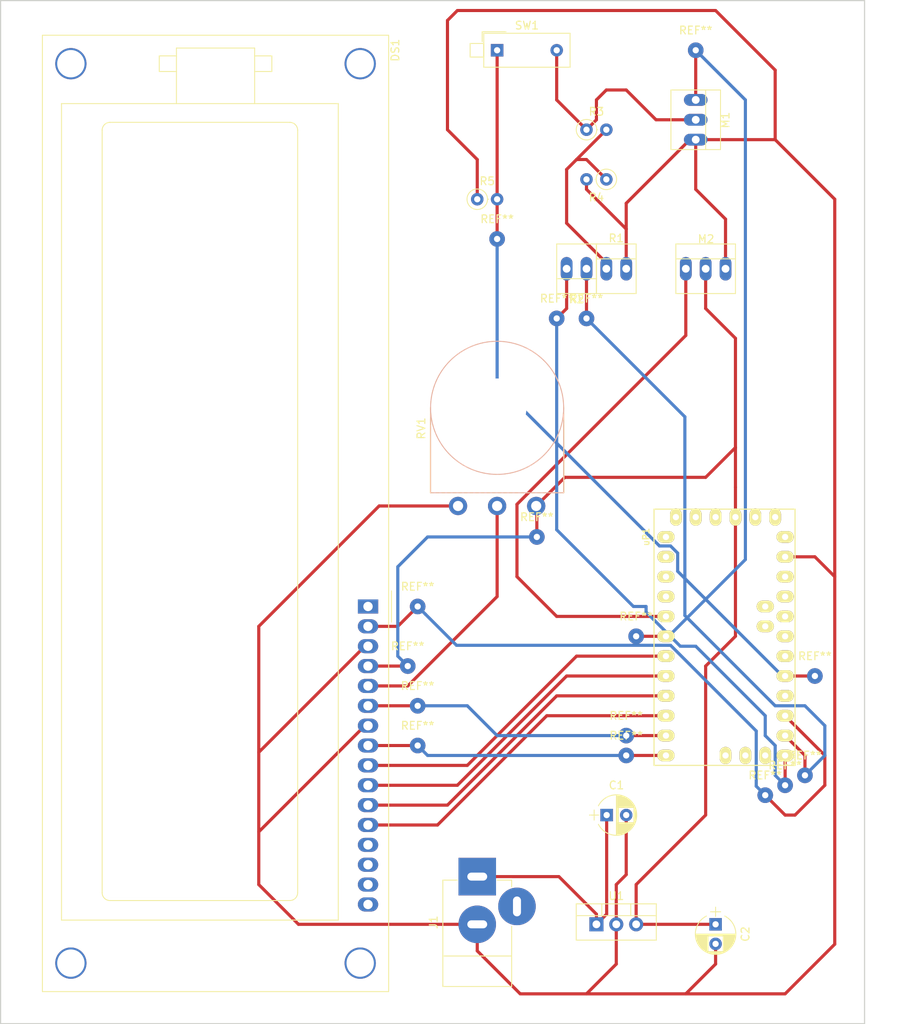
<source format=kicad_pcb>
(kicad_pcb (version 4) (host pcbnew 4.0.7-e2-6376~60~ubuntu17.10.1)

  (general
    (links 0)
    (no_connects 11)
    (area 83.744999 32.944999 200.969525 163.905001)
    (thickness 1.6)
    (drawings 4)
    (tracks 176)
    (zones 0)
    (modules 31)
    (nets 39)
  )

  (page A4)
  (layers
    (0 F.Cu signal)
    (31 B.Cu signal)
    (32 B.Adhes user hide)
    (33 F.Adhes user hide)
    (34 B.Paste user hide)
    (35 F.Paste user hide)
    (36 B.SilkS user hide)
    (37 F.SilkS user)
    (38 B.Mask user hide)
    (39 F.Mask user)
    (40 Dwgs.User user hide)
    (41 Cmts.User user hide)
    (42 Eco1.User user hide)
    (43 Eco2.User user hide)
    (44 Edge.Cuts user)
    (45 Margin user hide)
    (46 B.CrtYd user hide)
    (47 F.CrtYd user)
    (48 B.Fab user hide)
    (49 F.Fab user)
  )

  (setup
    (last_trace_width 0.4)
    (trace_clearance 0.2)
    (zone_clearance 0.508)
    (zone_45_only no)
    (trace_min 0.2)
    (segment_width 0.2)
    (edge_width 0.15)
    (via_size 0.8)
    (via_drill 0.5)
    (via_min_size 0.4)
    (via_min_drill 0.3)
    (uvia_size 0.8)
    (uvia_drill 0.5)
    (uvias_allowed no)
    (uvia_min_size 0.2)
    (uvia_min_drill 0.1)
    (pcb_text_width 0.3)
    (pcb_text_size 1.5 1.5)
    (mod_edge_width 0.15)
    (mod_text_size 1 1)
    (mod_text_width 0.15)
    (pad_size 1.50114 2.19964)
    (pad_drill 0.8001)
    (pad_to_mask_clearance 0.2)
    (aux_axis_origin 0 0)
    (visible_elements FFFFEF7F)
    (pcbplotparams
      (layerselection 0x00030_80000001)
      (usegerberextensions false)
      (excludeedgelayer true)
      (linewidth 0.100000)
      (plotframeref false)
      (viasonmask false)
      (mode 1)
      (useauxorigin false)
      (hpglpennumber 1)
      (hpglpenspeed 20)
      (hpglpendiameter 15)
      (hpglpenoverlay 2)
      (psnegative false)
      (psa4output false)
      (plotreference true)
      (plotvalue true)
      (plotinvisibletext false)
      (padsonsilk false)
      (subtractmaskfromsilk false)
      (outputformat 1)
      (mirror false)
      (drillshape 1)
      (scaleselection 1)
      (outputdirectory temp/sxkgukgj))
  )

  (net 0 "")
  (net 1 "Net-(C1-Pad1)")
  (net 2 GND)
  (net 3 "Net-(C2-Pad1)")
  (net 4 "Net-(DS1-Pad1)")
  (net 5 "Net-(DS1-Pad5)")
  (net 6 "Net-(DS1-Pad9)")
  (net 7 "Net-(DS1-Pad10)")
  (net 8 "Net-(DS1-Pad11)")
  (net 9 "Net-(DS1-Pad12)")
  (net 10 "Net-(DS1-Pad13)")
  (net 11 "Net-(DS1-Pad14)")
  (net 12 "Net-(DS1-Pad15)")
  (net 13 "Net-(DS1-Pad16)")
  (net 14 "Net-(J1-Pad3)")
  (net 15 "Net-(M2-Pad1)")
  (net 16 "Net-(R1-Pad1)")
  (net 17 "Net-(R5-Pad2)")
  (net 18 "Net-(uP1-Pad27)")
  (net 19 "Net-(uP1-Pad2)")
  (net 20 "Net-(uP1-Pad4)")
  (net 21 "Net-(uP1-Pad19)")
  (net 22 "Net-(uP1-Pad20)")
  (net 23 "Net-(uP1-Pad21)")
  (net 24 "Net-(uP1-Pad22)")
  (net 25 "Net-(uP1-Pad24)")
  (net 26 "Net-(uP1-Pad25)")
  (net 27 "Net-(uP1-Pad1)")
  (net 28 "Net-(uP1-Pad3)")
  (net 29 "Net-(uP1-Pad16)")
  (net 30 "Net-(uP1-Pad18)")
  (net 31 "Net-(uP1-Pad26)")
  (net 32 "Net-(uP1-Pad28)")
  (net 33 "Net-(uP1-Pad29)")
  (net 34 "Net-(uP1-Pad30)")
  (net 35 "Net-(uP1-Pad32)")
  (net 36 "Net-(uP1-Pad33)")
  (net 37 "Net-(uP1-Pad34)")
  (net 38 "Net-(uP1-Pad35)")

  (net_class Default "This is the default net class."
    (clearance 0.2)
    (trace_width 0.4)
    (via_dia 0.8)
    (via_drill 0.5)
    (uvia_dia 0.8)
    (uvia_drill 0.5)
    (add_net GND)
    (add_net "Net-(C1-Pad1)")
    (add_net "Net-(C2-Pad1)")
    (add_net "Net-(DS1-Pad1)")
    (add_net "Net-(DS1-Pad10)")
    (add_net "Net-(DS1-Pad11)")
    (add_net "Net-(DS1-Pad12)")
    (add_net "Net-(DS1-Pad13)")
    (add_net "Net-(DS1-Pad14)")
    (add_net "Net-(DS1-Pad15)")
    (add_net "Net-(DS1-Pad16)")
    (add_net "Net-(DS1-Pad5)")
    (add_net "Net-(DS1-Pad6)")
    (add_net "Net-(DS1-Pad8)")
    (add_net "Net-(DS1-Pad9)")
    (add_net "Net-(J1-Pad3)")
    (add_net "Net-(M2-Pad1)")
    (add_net "Net-(R1-Pad1)")
    (add_net "Net-(R2-Pad1)")
    (add_net "Net-(R2-Pad2)")
    (add_net "Net-(R5-Pad2)")
    (add_net "Net-(uP1-Pad1)")
    (add_net "Net-(uP1-Pad16)")
    (add_net "Net-(uP1-Pad18)")
    (add_net "Net-(uP1-Pad19)")
    (add_net "Net-(uP1-Pad2)")
    (add_net "Net-(uP1-Pad20)")
    (add_net "Net-(uP1-Pad21)")
    (add_net "Net-(uP1-Pad22)")
    (add_net "Net-(uP1-Pad24)")
    (add_net "Net-(uP1-Pad25)")
    (add_net "Net-(uP1-Pad26)")
    (add_net "Net-(uP1-Pad27)")
    (add_net "Net-(uP1-Pad28)")
    (add_net "Net-(uP1-Pad29)")
    (add_net "Net-(uP1-Pad3)")
    (add_net "Net-(uP1-Pad30)")
    (add_net "Net-(uP1-Pad32)")
    (add_net "Net-(uP1-Pad33)")
    (add_net "Net-(uP1-Pad34)")
    (add_net "Net-(uP1-Pad35)")
    (add_net "Net-(uP1-Pad4)")
  )

  (module "Arduino Pro Mini:pro_mini" (layer F.Cu) (tedit 5A64FA1E) (tstamp 5A64ED7C)
    (at 176.53 115.57 270)
    (descr "IC, ARDUINO_PRO_MINI x 0,6\"")
    (tags "DIL ARDUINO PRO MINI")
    (path /5A6463D9)
    (fp_text reference uP1 (at -13.97 10.16 270) (layer F.SilkS)
      (effects (font (size 0.8 0.8) (thickness 0.16)))
    )
    (fp_text value ARDUPROMINI (at 0 0 270) (layer F.Fab) hide
      (effects (font (size 0.8 0.8) (thickness 0.16)))
    )
    (fp_line (start 15.24 9.144) (end 15.24 -8.89) (layer F.SilkS) (width 0.15))
    (fp_line (start -17.526 -8.89) (end -17.526 9.144) (layer F.SilkS) (width 0.15))
    (fp_line (start 15.24 9.144) (end -17.526 9.144) (layer F.SilkS) (width 0.15))
    (fp_line (start -17.526 -8.89) (end 15.24 -8.89) (layer F.SilkS) (width 0.15))
    (pad 1 thru_hole oval (at -13.97 7.62 270) (size 1.50114 2.19964) (drill 0.8001) (layers *.Cu *.Mask F.SilkS)
      (net 27 "Net-(uP1-Pad1)"))
    (pad 2 thru_hole oval (at -11.43 7.62 270) (size 1.50114 2.19964) (drill 0.8001) (layers *.Cu *.Mask F.SilkS)
      (net 19 "Net-(uP1-Pad2)"))
    (pad 3 thru_hole oval (at -8.89 7.62 270) (size 1.50114 2.19964) (drill 0.8001) (layers *.Cu *.Mask F.SilkS)
      (net 28 "Net-(uP1-Pad3)"))
    (pad 4 thru_hole oval (at -6.35 7.62 270) (size 1.50114 2.19964) (drill 0.8001) (layers *.Cu *.Mask F.SilkS)
      (net 20 "Net-(uP1-Pad4)"))
    (pad 5 thru_hole oval (at -3.81 7.62 270) (size 1.50114 2.19964) (drill 0.8001) (layers *.Cu *.Mask F.SilkS)
      (net 15 "Net-(M2-Pad1)"))
    (pad 6 thru_hole oval (at -1.27 7.62 270) (size 1.50114 2.19964) (drill 0.8001) (layers *.Cu *.Mask F.SilkS))
    (pad 7 thru_hole oval (at 1.27 7.62 270) (size 1.50114 2.19964) (drill 0.8001) (layers *.Cu *.Mask F.SilkS)
      (net 6 "Net-(DS1-Pad9)"))
    (pad 8 thru_hole oval (at 3.81 7.62 270) (size 1.50114 2.19964) (drill 0.8001) (layers *.Cu *.Mask F.SilkS)
      (net 7 "Net-(DS1-Pad10)"))
    (pad 9 thru_hole oval (at 6.35 7.62 270) (size 1.50114 2.19964) (drill 0.8001) (layers *.Cu *.Mask F.SilkS)
      (net 8 "Net-(DS1-Pad11)"))
    (pad 10 thru_hole oval (at 8.89 7.62 270) (size 1.50114 2.19964) (drill 0.8001) (layers *.Cu *.Mask F.SilkS)
      (net 9 "Net-(DS1-Pad12)"))
    (pad 11 thru_hole oval (at 11.43 7.62 270) (size 1.50114 2.19964) (drill 0.8001) (layers *.Cu *.Mask F.SilkS))
    (pad 12 thru_hole oval (at 13.97 7.62 270) (size 1.50114 2.19964) (drill 0.8001) (layers *.Cu *.Mask F.SilkS))
    (pad 13 thru_hole oval (at 13.97 -7.62 270) (size 1.50114 2.19964) (drill 0.8001) (layers *.Cu *.Mask F.SilkS))
    (pad 14 thru_hole oval (at 11.43 -7.62 270) (size 1.50114 2.19964) (drill 0.8001) (layers *.Cu *.Mask F.SilkS))
    (pad 15 thru_hole oval (at 8.89 -7.62 270) (size 1.50114 2.19964) (drill 0.8001) (layers *.Cu *.Mask F.SilkS))
    (pad 16 thru_hole oval (at 6.35 -7.62 270) (size 1.50114 2.19964) (drill 0.8001) (layers *.Cu *.Mask F.SilkS)
      (net 29 "Net-(uP1-Pad16)"))
    (pad 17 thru_hole oval (at 3.81 -7.62 270) (size 1.50114 2.19964) (drill 0.8001) (layers *.Cu *.Mask F.SilkS))
    (pad 18 thru_hole oval (at 1.27 -7.62 270) (size 1.50114 2.19964) (drill 0.8001) (layers *.Cu *.Mask F.SilkS)
      (net 30 "Net-(uP1-Pad18)"))
    (pad 19 thru_hole oval (at -1.27 -7.62 270) (size 1.50114 2.19964) (drill 0.8001) (layers *.Cu *.Mask F.SilkS)
      (net 21 "Net-(uP1-Pad19)"))
    (pad 20 thru_hole oval (at -3.81 -7.62 270) (size 1.50114 2.19964) (drill 0.8001) (layers *.Cu *.Mask F.SilkS)
      (net 22 "Net-(uP1-Pad20)"))
    (pad 21 thru_hole oval (at -6.35 -7.62 270) (size 1.50114 2.19964) (drill 0.8001) (layers *.Cu *.Mask F.SilkS)
      (net 23 "Net-(uP1-Pad21)"))
    (pad 22 thru_hole oval (at -8.89 -7.62 270) (size 1.50114 2.19964) (drill 0.8001) (layers *.Cu *.Mask F.SilkS)
      (net 24 "Net-(uP1-Pad22)"))
    (pad 23 thru_hole oval (at -11.43 -7.62 270) (size 1.50114 2.19964) (drill 0.8001) (layers *.Cu *.Mask F.SilkS)
      (net 2 GND))
    (pad 24 thru_hole oval (at -13.97 -7.62 270) (size 1.50114 2.19964) (drill 0.8001) (layers *.Cu *.Mask F.SilkS)
      (net 25 "Net-(uP1-Pad24)"))
    (pad 25 thru_hole oval (at -2.54 -5.08 270) (size 1.50114 2.19964) (drill 0.8001) (layers *.Cu *.Mask F.SilkS)
      (net 26 "Net-(uP1-Pad25)"))
    (pad 26 thru_hole oval (at -5.08 -5.08 270) (size 1.50114 2.19964) (drill 0.8001) (layers *.Cu *.Mask F.SilkS)
      (net 31 "Net-(uP1-Pad26)"))
    (pad 27 thru_hole oval (at 13.97 -5.08 270) (size 2.19964 1.50114) (drill 0.8001) (layers *.Cu *.Mask F.SilkS)
      (net 18 "Net-(uP1-Pad27)"))
    (pad 28 thru_hole oval (at 13.97 -2.54 270) (size 2.19964 1.50114) (drill 0.8001) (layers *.Cu *.Mask F.SilkS)
      (net 32 "Net-(uP1-Pad28)"))
    (pad 29 thru_hole oval (at 13.97 0 270) (size 2.19964 1.50114) (drill 0.8001) (layers *.Cu *.Mask F.SilkS)
      (net 33 "Net-(uP1-Pad29)"))
    (pad 35 thru_hole oval (at -16.51 -6.35) (size 1.50114 2.19964) (drill 0.8001) (layers *.Cu *.Mask F.SilkS)
      (net 38 "Net-(uP1-Pad35)"))
    (pad 30 thru_hole oval (at -16.51 -3.81) (size 1.50114 2.19964) (drill 0.8001) (layers *.Cu *.Mask F.SilkS)
      (net 34 "Net-(uP1-Pad30)"))
    (pad 31 thru_hole oval (at -16.51 -1.27) (size 1.50114 2.19964) (drill 0.8001) (layers *.Cu *.Mask F.SilkS)
      (net 3 "Net-(C2-Pad1)"))
    (pad 32 thru_hole oval (at -16.51 1.27) (size 1.50114 2.19964) (drill 0.8001) (layers *.Cu *.Mask F.SilkS)
      (net 35 "Net-(uP1-Pad32)"))
    (pad 33 thru_hole oval (at -16.51 3.81) (size 1.50114 2.19964) (drill 0.8001) (layers *.Cu *.Mask F.SilkS)
      (net 36 "Net-(uP1-Pad33)"))
    (pad 34 thru_hole oval (at -16.51 6.35) (size 1.50114 2.19964) (drill 0.8001) (layers *.Cu *.Mask F.SilkS)
      (net 37 "Net-(uP1-Pad34)"))
    (model Socket_Strips.3dshapes/Socket_Strip_Straight_1x02.wrl
      (at (xyz -0.15 0.2 0))
      (scale (xyz 1 1 1))
      (rotate (xyz 0 0 0))
    )
    (model Socket_Strips.3dshapes/Socket_Strip_Straight_1x03.wrl
      (at (xyz 0.55 0.1 0))
      (scale (xyz 1 1 1))
      (rotate (xyz 0 0 90))
    )
    (model Socket_Strips.3dshapes/Socket_Strip_Straight_1x12.wrl
      (at (xyz 0 0.3 0))
      (scale (xyz 1 1 1))
      (rotate (xyz 0 0 0))
    )
    (model Socket_Strips.3dshapes/Socket_Strip_Straight_1x12.wrl
      (at (xyz 0 -0.3 0))
      (scale (xyz 1 1 1))
      (rotate (xyz 0 0 0))
    )
    (model Socket_Strips.3dshapes/Socket_Strip_Straight_1x02.wrl
      (at (xyz 0.25 0.2 0))
      (scale (xyz 1 1 1))
      (rotate (xyz 0 0 0))
    )
    (model ${MYSLOCAL}/mysensors.3dshapes/mysensors_arduino.3dshapes/arduino_pro_mini.wrl
      (at (xyz -0.05 0 0.48))
      (scale (xyz 0.395 0.395 0.395))
      (rotate (xyz 0 0 180))
    )
    (model SMD_Packages.3dshapes/TQFP-32.wrl
      (at (xyz 0.05 0 0.5125))
      (scale (xyz 1 1 1))
      (rotate (xyz 0 0 315))
    )
    (model Pin_Headers.3dshapes/Pin_Header_Straight_1x12.wrl
      (at (xyz 0 -0.3 0.445))
      (scale (xyz 1 1 1))
      (rotate (xyz 0 180 0))
    )
    (model Pin_Headers.3dshapes/Pin_Header_Straight_1x12.wrl
      (at (xyz 0 0.3 0.445))
      (scale (xyz 1 1 1))
      (rotate (xyz 0 180 0))
    )
    (model Pin_Headers.3dshapes/Pin_Header_Straight_1x03.wrl
      (at (xyz 0.55 0.1 0.445))
      (scale (xyz 1 1 1))
      (rotate (xyz 0 180 90))
    )
    (model Pin_Headers.3dshapes/Pin_Header_Straight_1x02.wrl
      (at (xyz 0.25 0.2 0.445))
      (scale (xyz 1 1 1))
      (rotate (xyz 0 180 0))
    )
    (model Pin_Headers.3dshapes/Pin_Header_Straight_1x02.wrl
      (at (xyz -0.15 0.2 0.445))
      (scale (xyz 1 1 1))
      (rotate (xyz 0 180 0))
    )
    (model ${MYSLOCAL}/mysensors.3dshapes/w.lain.3dshapes/smd_leds/led_0603.wrl
      (at (xyz -0.3 0 0.5125))
      (scale (xyz 1 1 1))
      (rotate (xyz 0 0 0))
    )
    (model ${MYSLOCAL}/mysensors.3dshapes/w.lain.3dshapes/smd_leds/led_0603.wrl
      (at (xyz 0.55 -0.175 0.5125))
      (scale (xyz 1 1 1))
      (rotate (xyz 0 0 0))
    )
    (model Pin_Headers.3dshapes/Pin_Header_Angled_1x06.wrl
      (at (xyz -0.65 0 0.5125))
      (scale (xyz 1 1 1))
      (rotate (xyz 0 0 270))
    )
    (model Resistors_SMD.3dshapes/R_0603.wrl
      (at (xyz -0.3 -0.05 0.5125))
      (scale (xyz 1 1 1))
      (rotate (xyz 0 0 0))
    )
    (model Resistors_SMD.3dshapes/R_0603.wrl
      (at (xyz 0.55 -0.125 0.5125))
      (scale (xyz 1 1 1))
      (rotate (xyz 0 0 0))
    )
    (model Capacitors_SMD.3dshapes/C_0603.wrl
      (at (xyz -0.3 0.05 0.5125))
      (scale (xyz 1 1 1))
      (rotate (xyz 0 0 0))
    )
    (model Capacitors_Tantalum_SMD.3dshapes/TantalC_SizeS_EIA-3216.wrl
      (at (xyz -0.35 0.15 0.5125))
      (scale (xyz 1 1 1))
      (rotate (xyz 0 0 0))
    )
    (model Capacitors_Tantalum_SMD.3dshapes/TantalC_SizeS_EIA-3216.wrl
      (at (xyz -0.35 -0.15 0.5125))
      (scale (xyz 1 1 1))
      (rotate (xyz 0 0 0))
    )
    (model TO_SOT_Packages_SMD.3dshapes/SOT-23-5.wrl
      (at (xyz -0.4 0 0.5125))
      (scale (xyz 1 1 1))
      (rotate (xyz 0 0 90))
    )
    (model Capacitors_SMD.3dshapes/C_1210.wrl
      (at (xyz -0.5 0 0.5125))
      (scale (xyz 1 1 1))
      (rotate (xyz 0 0 90))
    )
  )

  (module TO_SOT_Packages_THT:TO-220-3_Vertical (layer F.Cu) (tedit 58CE52AD) (tstamp 5A64B7B8)
    (at 160.02 151.13)
    (descr "TO-220-3, Vertical, RM 2.54mm")
    (tags "TO-220-3 Vertical RM 2.54mm")
    (path /5A6468DD)
    (fp_text reference U1 (at 2.54 -3.62) (layer F.SilkS)
      (effects (font (size 1 1) (thickness 0.15)))
    )
    (fp_text value L7805 (at 2.54 3.92) (layer F.Fab)
      (effects (font (size 1 1) (thickness 0.15)))
    )
    (fp_text user %R (at 2.54 -3.62) (layer F.Fab)
      (effects (font (size 1 1) (thickness 0.15)))
    )
    (fp_line (start -2.46 -2.5) (end -2.46 1.9) (layer F.Fab) (width 0.1))
    (fp_line (start -2.46 1.9) (end 7.54 1.9) (layer F.Fab) (width 0.1))
    (fp_line (start 7.54 1.9) (end 7.54 -2.5) (layer F.Fab) (width 0.1))
    (fp_line (start 7.54 -2.5) (end -2.46 -2.5) (layer F.Fab) (width 0.1))
    (fp_line (start -2.46 -1.23) (end 7.54 -1.23) (layer F.Fab) (width 0.1))
    (fp_line (start 0.69 -2.5) (end 0.69 -1.23) (layer F.Fab) (width 0.1))
    (fp_line (start 4.39 -2.5) (end 4.39 -1.23) (layer F.Fab) (width 0.1))
    (fp_line (start -2.58 -2.62) (end 7.66 -2.62) (layer F.SilkS) (width 0.12))
    (fp_line (start -2.58 2.021) (end 7.66 2.021) (layer F.SilkS) (width 0.12))
    (fp_line (start -2.58 -2.62) (end -2.58 2.021) (layer F.SilkS) (width 0.12))
    (fp_line (start 7.66 -2.62) (end 7.66 2.021) (layer F.SilkS) (width 0.12))
    (fp_line (start -2.58 -1.11) (end 7.66 -1.11) (layer F.SilkS) (width 0.12))
    (fp_line (start 0.69 -2.62) (end 0.69 -1.11) (layer F.SilkS) (width 0.12))
    (fp_line (start 4.391 -2.62) (end 4.391 -1.11) (layer F.SilkS) (width 0.12))
    (fp_line (start -2.71 -2.75) (end -2.71 2.16) (layer F.CrtYd) (width 0.05))
    (fp_line (start -2.71 2.16) (end 7.79 2.16) (layer F.CrtYd) (width 0.05))
    (fp_line (start 7.79 2.16) (end 7.79 -2.75) (layer F.CrtYd) (width 0.05))
    (fp_line (start 7.79 -2.75) (end -2.71 -2.75) (layer F.CrtYd) (width 0.05))
    (pad 1 thru_hole rect (at 0 0) (size 1.8 1.8) (drill 1) (layers *.Cu *.Mask)
      (net 1 "Net-(C1-Pad1)"))
    (pad 2 thru_hole oval (at 2.54 0) (size 1.8 1.8) (drill 1) (layers *.Cu *.Mask)
      (net 2 GND))
    (pad 3 thru_hole oval (at 5.08 0) (size 1.8 1.8) (drill 1) (layers *.Cu *.Mask)
      (net 3 "Net-(C2-Pad1)"))
    (model ${KISYS3DMOD}/TO_SOT_Packages_THT.3dshapes/TO-220-3_Vertical.wrl
      (at (xyz 0.1 0 0))
      (scale (xyz 0.393701 0.393701 0.393701))
      (rotate (xyz 0 0 0))
    )
  )

  (module Capacitors_THT:CP_Radial_D5.0mm_P2.50mm (layer F.Cu) (tedit 597BC7C2) (tstamp 5A64B752)
    (at 161.33 137.16)
    (descr "CP, Radial series, Radial, pin pitch=2.50mm, , diameter=5mm, Electrolytic Capacitor")
    (tags "CP Radial series Radial pin pitch 2.50mm  diameter 5mm Electrolytic Capacitor")
    (path /5A6469E8)
    (fp_text reference C1 (at 1.25 -3.81) (layer F.SilkS)
      (effects (font (size 1 1) (thickness 0.15)))
    )
    (fp_text value CP (at 1.25 3.81) (layer F.Fab)
      (effects (font (size 1 1) (thickness 0.15)))
    )
    (fp_arc (start 1.25 0) (end -1.05558 -1.18) (angle 125.8) (layer F.SilkS) (width 0.12))
    (fp_arc (start 1.25 0) (end -1.05558 1.18) (angle -125.8) (layer F.SilkS) (width 0.12))
    (fp_arc (start 1.25 0) (end 3.55558 -1.18) (angle 54.2) (layer F.SilkS) (width 0.12))
    (fp_circle (center 1.25 0) (end 3.75 0) (layer F.Fab) (width 0.1))
    (fp_line (start -2.2 0) (end -1 0) (layer F.Fab) (width 0.1))
    (fp_line (start -1.6 -0.65) (end -1.6 0.65) (layer F.Fab) (width 0.1))
    (fp_line (start 1.25 -2.55) (end 1.25 2.55) (layer F.SilkS) (width 0.12))
    (fp_line (start 1.29 -2.55) (end 1.29 2.55) (layer F.SilkS) (width 0.12))
    (fp_line (start 1.33 -2.549) (end 1.33 2.549) (layer F.SilkS) (width 0.12))
    (fp_line (start 1.37 -2.548) (end 1.37 2.548) (layer F.SilkS) (width 0.12))
    (fp_line (start 1.41 -2.546) (end 1.41 2.546) (layer F.SilkS) (width 0.12))
    (fp_line (start 1.45 -2.543) (end 1.45 2.543) (layer F.SilkS) (width 0.12))
    (fp_line (start 1.49 -2.539) (end 1.49 2.539) (layer F.SilkS) (width 0.12))
    (fp_line (start 1.53 -2.535) (end 1.53 -0.98) (layer F.SilkS) (width 0.12))
    (fp_line (start 1.53 0.98) (end 1.53 2.535) (layer F.SilkS) (width 0.12))
    (fp_line (start 1.57 -2.531) (end 1.57 -0.98) (layer F.SilkS) (width 0.12))
    (fp_line (start 1.57 0.98) (end 1.57 2.531) (layer F.SilkS) (width 0.12))
    (fp_line (start 1.61 -2.525) (end 1.61 -0.98) (layer F.SilkS) (width 0.12))
    (fp_line (start 1.61 0.98) (end 1.61 2.525) (layer F.SilkS) (width 0.12))
    (fp_line (start 1.65 -2.519) (end 1.65 -0.98) (layer F.SilkS) (width 0.12))
    (fp_line (start 1.65 0.98) (end 1.65 2.519) (layer F.SilkS) (width 0.12))
    (fp_line (start 1.69 -2.513) (end 1.69 -0.98) (layer F.SilkS) (width 0.12))
    (fp_line (start 1.69 0.98) (end 1.69 2.513) (layer F.SilkS) (width 0.12))
    (fp_line (start 1.73 -2.506) (end 1.73 -0.98) (layer F.SilkS) (width 0.12))
    (fp_line (start 1.73 0.98) (end 1.73 2.506) (layer F.SilkS) (width 0.12))
    (fp_line (start 1.77 -2.498) (end 1.77 -0.98) (layer F.SilkS) (width 0.12))
    (fp_line (start 1.77 0.98) (end 1.77 2.498) (layer F.SilkS) (width 0.12))
    (fp_line (start 1.81 -2.489) (end 1.81 -0.98) (layer F.SilkS) (width 0.12))
    (fp_line (start 1.81 0.98) (end 1.81 2.489) (layer F.SilkS) (width 0.12))
    (fp_line (start 1.85 -2.48) (end 1.85 -0.98) (layer F.SilkS) (width 0.12))
    (fp_line (start 1.85 0.98) (end 1.85 2.48) (layer F.SilkS) (width 0.12))
    (fp_line (start 1.89 -2.47) (end 1.89 -0.98) (layer F.SilkS) (width 0.12))
    (fp_line (start 1.89 0.98) (end 1.89 2.47) (layer F.SilkS) (width 0.12))
    (fp_line (start 1.93 -2.46) (end 1.93 -0.98) (layer F.SilkS) (width 0.12))
    (fp_line (start 1.93 0.98) (end 1.93 2.46) (layer F.SilkS) (width 0.12))
    (fp_line (start 1.971 -2.448) (end 1.971 -0.98) (layer F.SilkS) (width 0.12))
    (fp_line (start 1.971 0.98) (end 1.971 2.448) (layer F.SilkS) (width 0.12))
    (fp_line (start 2.011 -2.436) (end 2.011 -0.98) (layer F.SilkS) (width 0.12))
    (fp_line (start 2.011 0.98) (end 2.011 2.436) (layer F.SilkS) (width 0.12))
    (fp_line (start 2.051 -2.424) (end 2.051 -0.98) (layer F.SilkS) (width 0.12))
    (fp_line (start 2.051 0.98) (end 2.051 2.424) (layer F.SilkS) (width 0.12))
    (fp_line (start 2.091 -2.41) (end 2.091 -0.98) (layer F.SilkS) (width 0.12))
    (fp_line (start 2.091 0.98) (end 2.091 2.41) (layer F.SilkS) (width 0.12))
    (fp_line (start 2.131 -2.396) (end 2.131 -0.98) (layer F.SilkS) (width 0.12))
    (fp_line (start 2.131 0.98) (end 2.131 2.396) (layer F.SilkS) (width 0.12))
    (fp_line (start 2.171 -2.382) (end 2.171 -0.98) (layer F.SilkS) (width 0.12))
    (fp_line (start 2.171 0.98) (end 2.171 2.382) (layer F.SilkS) (width 0.12))
    (fp_line (start 2.211 -2.366) (end 2.211 -0.98) (layer F.SilkS) (width 0.12))
    (fp_line (start 2.211 0.98) (end 2.211 2.366) (layer F.SilkS) (width 0.12))
    (fp_line (start 2.251 -2.35) (end 2.251 -0.98) (layer F.SilkS) (width 0.12))
    (fp_line (start 2.251 0.98) (end 2.251 2.35) (layer F.SilkS) (width 0.12))
    (fp_line (start 2.291 -2.333) (end 2.291 -0.98) (layer F.SilkS) (width 0.12))
    (fp_line (start 2.291 0.98) (end 2.291 2.333) (layer F.SilkS) (width 0.12))
    (fp_line (start 2.331 -2.315) (end 2.331 -0.98) (layer F.SilkS) (width 0.12))
    (fp_line (start 2.331 0.98) (end 2.331 2.315) (layer F.SilkS) (width 0.12))
    (fp_line (start 2.371 -2.296) (end 2.371 -0.98) (layer F.SilkS) (width 0.12))
    (fp_line (start 2.371 0.98) (end 2.371 2.296) (layer F.SilkS) (width 0.12))
    (fp_line (start 2.411 -2.276) (end 2.411 -0.98) (layer F.SilkS) (width 0.12))
    (fp_line (start 2.411 0.98) (end 2.411 2.276) (layer F.SilkS) (width 0.12))
    (fp_line (start 2.451 -2.256) (end 2.451 -0.98) (layer F.SilkS) (width 0.12))
    (fp_line (start 2.451 0.98) (end 2.451 2.256) (layer F.SilkS) (width 0.12))
    (fp_line (start 2.491 -2.234) (end 2.491 -0.98) (layer F.SilkS) (width 0.12))
    (fp_line (start 2.491 0.98) (end 2.491 2.234) (layer F.SilkS) (width 0.12))
    (fp_line (start 2.531 -2.212) (end 2.531 -0.98) (layer F.SilkS) (width 0.12))
    (fp_line (start 2.531 0.98) (end 2.531 2.212) (layer F.SilkS) (width 0.12))
    (fp_line (start 2.571 -2.189) (end 2.571 -0.98) (layer F.SilkS) (width 0.12))
    (fp_line (start 2.571 0.98) (end 2.571 2.189) (layer F.SilkS) (width 0.12))
    (fp_line (start 2.611 -2.165) (end 2.611 -0.98) (layer F.SilkS) (width 0.12))
    (fp_line (start 2.611 0.98) (end 2.611 2.165) (layer F.SilkS) (width 0.12))
    (fp_line (start 2.651 -2.14) (end 2.651 -0.98) (layer F.SilkS) (width 0.12))
    (fp_line (start 2.651 0.98) (end 2.651 2.14) (layer F.SilkS) (width 0.12))
    (fp_line (start 2.691 -2.113) (end 2.691 -0.98) (layer F.SilkS) (width 0.12))
    (fp_line (start 2.691 0.98) (end 2.691 2.113) (layer F.SilkS) (width 0.12))
    (fp_line (start 2.731 -2.086) (end 2.731 -0.98) (layer F.SilkS) (width 0.12))
    (fp_line (start 2.731 0.98) (end 2.731 2.086) (layer F.SilkS) (width 0.12))
    (fp_line (start 2.771 -2.058) (end 2.771 -0.98) (layer F.SilkS) (width 0.12))
    (fp_line (start 2.771 0.98) (end 2.771 2.058) (layer F.SilkS) (width 0.12))
    (fp_line (start 2.811 -2.028) (end 2.811 -0.98) (layer F.SilkS) (width 0.12))
    (fp_line (start 2.811 0.98) (end 2.811 2.028) (layer F.SilkS) (width 0.12))
    (fp_line (start 2.851 -1.997) (end 2.851 -0.98) (layer F.SilkS) (width 0.12))
    (fp_line (start 2.851 0.98) (end 2.851 1.997) (layer F.SilkS) (width 0.12))
    (fp_line (start 2.891 -1.965) (end 2.891 -0.98) (layer F.SilkS) (width 0.12))
    (fp_line (start 2.891 0.98) (end 2.891 1.965) (layer F.SilkS) (width 0.12))
    (fp_line (start 2.931 -1.932) (end 2.931 -0.98) (layer F.SilkS) (width 0.12))
    (fp_line (start 2.931 0.98) (end 2.931 1.932) (layer F.SilkS) (width 0.12))
    (fp_line (start 2.971 -1.897) (end 2.971 -0.98) (layer F.SilkS) (width 0.12))
    (fp_line (start 2.971 0.98) (end 2.971 1.897) (layer F.SilkS) (width 0.12))
    (fp_line (start 3.011 -1.861) (end 3.011 -0.98) (layer F.SilkS) (width 0.12))
    (fp_line (start 3.011 0.98) (end 3.011 1.861) (layer F.SilkS) (width 0.12))
    (fp_line (start 3.051 -1.823) (end 3.051 -0.98) (layer F.SilkS) (width 0.12))
    (fp_line (start 3.051 0.98) (end 3.051 1.823) (layer F.SilkS) (width 0.12))
    (fp_line (start 3.091 -1.783) (end 3.091 -0.98) (layer F.SilkS) (width 0.12))
    (fp_line (start 3.091 0.98) (end 3.091 1.783) (layer F.SilkS) (width 0.12))
    (fp_line (start 3.131 -1.742) (end 3.131 -0.98) (layer F.SilkS) (width 0.12))
    (fp_line (start 3.131 0.98) (end 3.131 1.742) (layer F.SilkS) (width 0.12))
    (fp_line (start 3.171 -1.699) (end 3.171 -0.98) (layer F.SilkS) (width 0.12))
    (fp_line (start 3.171 0.98) (end 3.171 1.699) (layer F.SilkS) (width 0.12))
    (fp_line (start 3.211 -1.654) (end 3.211 -0.98) (layer F.SilkS) (width 0.12))
    (fp_line (start 3.211 0.98) (end 3.211 1.654) (layer F.SilkS) (width 0.12))
    (fp_line (start 3.251 -1.606) (end 3.251 -0.98) (layer F.SilkS) (width 0.12))
    (fp_line (start 3.251 0.98) (end 3.251 1.606) (layer F.SilkS) (width 0.12))
    (fp_line (start 3.291 -1.556) (end 3.291 -0.98) (layer F.SilkS) (width 0.12))
    (fp_line (start 3.291 0.98) (end 3.291 1.556) (layer F.SilkS) (width 0.12))
    (fp_line (start 3.331 -1.504) (end 3.331 -0.98) (layer F.SilkS) (width 0.12))
    (fp_line (start 3.331 0.98) (end 3.331 1.504) (layer F.SilkS) (width 0.12))
    (fp_line (start 3.371 -1.448) (end 3.371 -0.98) (layer F.SilkS) (width 0.12))
    (fp_line (start 3.371 0.98) (end 3.371 1.448) (layer F.SilkS) (width 0.12))
    (fp_line (start 3.411 -1.39) (end 3.411 -0.98) (layer F.SilkS) (width 0.12))
    (fp_line (start 3.411 0.98) (end 3.411 1.39) (layer F.SilkS) (width 0.12))
    (fp_line (start 3.451 -1.327) (end 3.451 -0.98) (layer F.SilkS) (width 0.12))
    (fp_line (start 3.451 0.98) (end 3.451 1.327) (layer F.SilkS) (width 0.12))
    (fp_line (start 3.491 -1.261) (end 3.491 1.261) (layer F.SilkS) (width 0.12))
    (fp_line (start 3.531 -1.189) (end 3.531 1.189) (layer F.SilkS) (width 0.12))
    (fp_line (start 3.571 -1.112) (end 3.571 1.112) (layer F.SilkS) (width 0.12))
    (fp_line (start 3.611 -1.028) (end 3.611 1.028) (layer F.SilkS) (width 0.12))
    (fp_line (start 3.651 -0.934) (end 3.651 0.934) (layer F.SilkS) (width 0.12))
    (fp_line (start 3.691 -0.829) (end 3.691 0.829) (layer F.SilkS) (width 0.12))
    (fp_line (start 3.731 -0.707) (end 3.731 0.707) (layer F.SilkS) (width 0.12))
    (fp_line (start 3.771 -0.559) (end 3.771 0.559) (layer F.SilkS) (width 0.12))
    (fp_line (start 3.811 -0.354) (end 3.811 0.354) (layer F.SilkS) (width 0.12))
    (fp_line (start -2.2 0) (end -1 0) (layer F.SilkS) (width 0.12))
    (fp_line (start -1.6 -0.65) (end -1.6 0.65) (layer F.SilkS) (width 0.12))
    (fp_line (start -1.6 -2.85) (end -1.6 2.85) (layer F.CrtYd) (width 0.05))
    (fp_line (start -1.6 2.85) (end 4.1 2.85) (layer F.CrtYd) (width 0.05))
    (fp_line (start 4.1 2.85) (end 4.1 -2.85) (layer F.CrtYd) (width 0.05))
    (fp_line (start 4.1 -2.85) (end -1.6 -2.85) (layer F.CrtYd) (width 0.05))
    (fp_text user %R (at 1.25 0) (layer F.Fab)
      (effects (font (size 1 1) (thickness 0.15)))
    )
    (pad 1 thru_hole rect (at 0 0) (size 1.6 1.6) (drill 0.8) (layers *.Cu *.Mask)
      (net 1 "Net-(C1-Pad1)"))
    (pad 2 thru_hole circle (at 2.5 0) (size 1.6 1.6) (drill 0.8) (layers *.Cu *.Mask)
      (net 2 GND))
    (model ${KISYS3DMOD}/Capacitors_THT.3dshapes/CP_Radial_D5.0mm_P2.50mm.wrl
      (at (xyz 0 0 0))
      (scale (xyz 1 1 1))
      (rotate (xyz 0 0 0))
    )
  )

  (module Capacitors_THT:CP_Radial_D5.0mm_P2.50mm (layer F.Cu) (tedit 597BC7C2) (tstamp 5A64B758)
    (at 175.26 151.13 270)
    (descr "CP, Radial series, Radial, pin pitch=2.50mm, , diameter=5mm, Electrolytic Capacitor")
    (tags "CP Radial series Radial pin pitch 2.50mm  diameter 5mm Electrolytic Capacitor")
    (path /5A646A7D)
    (fp_text reference C2 (at 1.25 -3.81 270) (layer F.SilkS)
      (effects (font (size 1 1) (thickness 0.15)))
    )
    (fp_text value CP (at 1.25 3.81 270) (layer F.Fab)
      (effects (font (size 1 1) (thickness 0.15)))
    )
    (fp_arc (start 1.25 0) (end -1.05558 -1.18) (angle 125.8) (layer F.SilkS) (width 0.12))
    (fp_arc (start 1.25 0) (end -1.05558 1.18) (angle -125.8) (layer F.SilkS) (width 0.12))
    (fp_arc (start 1.25 0) (end 3.55558 -1.18) (angle 54.2) (layer F.SilkS) (width 0.12))
    (fp_circle (center 1.25 0) (end 3.75 0) (layer F.Fab) (width 0.1))
    (fp_line (start -2.2 0) (end -1 0) (layer F.Fab) (width 0.1))
    (fp_line (start -1.6 -0.65) (end -1.6 0.65) (layer F.Fab) (width 0.1))
    (fp_line (start 1.25 -2.55) (end 1.25 2.55) (layer F.SilkS) (width 0.12))
    (fp_line (start 1.29 -2.55) (end 1.29 2.55) (layer F.SilkS) (width 0.12))
    (fp_line (start 1.33 -2.549) (end 1.33 2.549) (layer F.SilkS) (width 0.12))
    (fp_line (start 1.37 -2.548) (end 1.37 2.548) (layer F.SilkS) (width 0.12))
    (fp_line (start 1.41 -2.546) (end 1.41 2.546) (layer F.SilkS) (width 0.12))
    (fp_line (start 1.45 -2.543) (end 1.45 2.543) (layer F.SilkS) (width 0.12))
    (fp_line (start 1.49 -2.539) (end 1.49 2.539) (layer F.SilkS) (width 0.12))
    (fp_line (start 1.53 -2.535) (end 1.53 -0.98) (layer F.SilkS) (width 0.12))
    (fp_line (start 1.53 0.98) (end 1.53 2.535) (layer F.SilkS) (width 0.12))
    (fp_line (start 1.57 -2.531) (end 1.57 -0.98) (layer F.SilkS) (width 0.12))
    (fp_line (start 1.57 0.98) (end 1.57 2.531) (layer F.SilkS) (width 0.12))
    (fp_line (start 1.61 -2.525) (end 1.61 -0.98) (layer F.SilkS) (width 0.12))
    (fp_line (start 1.61 0.98) (end 1.61 2.525) (layer F.SilkS) (width 0.12))
    (fp_line (start 1.65 -2.519) (end 1.65 -0.98) (layer F.SilkS) (width 0.12))
    (fp_line (start 1.65 0.98) (end 1.65 2.519) (layer F.SilkS) (width 0.12))
    (fp_line (start 1.69 -2.513) (end 1.69 -0.98) (layer F.SilkS) (width 0.12))
    (fp_line (start 1.69 0.98) (end 1.69 2.513) (layer F.SilkS) (width 0.12))
    (fp_line (start 1.73 -2.506) (end 1.73 -0.98) (layer F.SilkS) (width 0.12))
    (fp_line (start 1.73 0.98) (end 1.73 2.506) (layer F.SilkS) (width 0.12))
    (fp_line (start 1.77 -2.498) (end 1.77 -0.98) (layer F.SilkS) (width 0.12))
    (fp_line (start 1.77 0.98) (end 1.77 2.498) (layer F.SilkS) (width 0.12))
    (fp_line (start 1.81 -2.489) (end 1.81 -0.98) (layer F.SilkS) (width 0.12))
    (fp_line (start 1.81 0.98) (end 1.81 2.489) (layer F.SilkS) (width 0.12))
    (fp_line (start 1.85 -2.48) (end 1.85 -0.98) (layer F.SilkS) (width 0.12))
    (fp_line (start 1.85 0.98) (end 1.85 2.48) (layer F.SilkS) (width 0.12))
    (fp_line (start 1.89 -2.47) (end 1.89 -0.98) (layer F.SilkS) (width 0.12))
    (fp_line (start 1.89 0.98) (end 1.89 2.47) (layer F.SilkS) (width 0.12))
    (fp_line (start 1.93 -2.46) (end 1.93 -0.98) (layer F.SilkS) (width 0.12))
    (fp_line (start 1.93 0.98) (end 1.93 2.46) (layer F.SilkS) (width 0.12))
    (fp_line (start 1.971 -2.448) (end 1.971 -0.98) (layer F.SilkS) (width 0.12))
    (fp_line (start 1.971 0.98) (end 1.971 2.448) (layer F.SilkS) (width 0.12))
    (fp_line (start 2.011 -2.436) (end 2.011 -0.98) (layer F.SilkS) (width 0.12))
    (fp_line (start 2.011 0.98) (end 2.011 2.436) (layer F.SilkS) (width 0.12))
    (fp_line (start 2.051 -2.424) (end 2.051 -0.98) (layer F.SilkS) (width 0.12))
    (fp_line (start 2.051 0.98) (end 2.051 2.424) (layer F.SilkS) (width 0.12))
    (fp_line (start 2.091 -2.41) (end 2.091 -0.98) (layer F.SilkS) (width 0.12))
    (fp_line (start 2.091 0.98) (end 2.091 2.41) (layer F.SilkS) (width 0.12))
    (fp_line (start 2.131 -2.396) (end 2.131 -0.98) (layer F.SilkS) (width 0.12))
    (fp_line (start 2.131 0.98) (end 2.131 2.396) (layer F.SilkS) (width 0.12))
    (fp_line (start 2.171 -2.382) (end 2.171 -0.98) (layer F.SilkS) (width 0.12))
    (fp_line (start 2.171 0.98) (end 2.171 2.382) (layer F.SilkS) (width 0.12))
    (fp_line (start 2.211 -2.366) (end 2.211 -0.98) (layer F.SilkS) (width 0.12))
    (fp_line (start 2.211 0.98) (end 2.211 2.366) (layer F.SilkS) (width 0.12))
    (fp_line (start 2.251 -2.35) (end 2.251 -0.98) (layer F.SilkS) (width 0.12))
    (fp_line (start 2.251 0.98) (end 2.251 2.35) (layer F.SilkS) (width 0.12))
    (fp_line (start 2.291 -2.333) (end 2.291 -0.98) (layer F.SilkS) (width 0.12))
    (fp_line (start 2.291 0.98) (end 2.291 2.333) (layer F.SilkS) (width 0.12))
    (fp_line (start 2.331 -2.315) (end 2.331 -0.98) (layer F.SilkS) (width 0.12))
    (fp_line (start 2.331 0.98) (end 2.331 2.315) (layer F.SilkS) (width 0.12))
    (fp_line (start 2.371 -2.296) (end 2.371 -0.98) (layer F.SilkS) (width 0.12))
    (fp_line (start 2.371 0.98) (end 2.371 2.296) (layer F.SilkS) (width 0.12))
    (fp_line (start 2.411 -2.276) (end 2.411 -0.98) (layer F.SilkS) (width 0.12))
    (fp_line (start 2.411 0.98) (end 2.411 2.276) (layer F.SilkS) (width 0.12))
    (fp_line (start 2.451 -2.256) (end 2.451 -0.98) (layer F.SilkS) (width 0.12))
    (fp_line (start 2.451 0.98) (end 2.451 2.256) (layer F.SilkS) (width 0.12))
    (fp_line (start 2.491 -2.234) (end 2.491 -0.98) (layer F.SilkS) (width 0.12))
    (fp_line (start 2.491 0.98) (end 2.491 2.234) (layer F.SilkS) (width 0.12))
    (fp_line (start 2.531 -2.212) (end 2.531 -0.98) (layer F.SilkS) (width 0.12))
    (fp_line (start 2.531 0.98) (end 2.531 2.212) (layer F.SilkS) (width 0.12))
    (fp_line (start 2.571 -2.189) (end 2.571 -0.98) (layer F.SilkS) (width 0.12))
    (fp_line (start 2.571 0.98) (end 2.571 2.189) (layer F.SilkS) (width 0.12))
    (fp_line (start 2.611 -2.165) (end 2.611 -0.98) (layer F.SilkS) (width 0.12))
    (fp_line (start 2.611 0.98) (end 2.611 2.165) (layer F.SilkS) (width 0.12))
    (fp_line (start 2.651 -2.14) (end 2.651 -0.98) (layer F.SilkS) (width 0.12))
    (fp_line (start 2.651 0.98) (end 2.651 2.14) (layer F.SilkS) (width 0.12))
    (fp_line (start 2.691 -2.113) (end 2.691 -0.98) (layer F.SilkS) (width 0.12))
    (fp_line (start 2.691 0.98) (end 2.691 2.113) (layer F.SilkS) (width 0.12))
    (fp_line (start 2.731 -2.086) (end 2.731 -0.98) (layer F.SilkS) (width 0.12))
    (fp_line (start 2.731 0.98) (end 2.731 2.086) (layer F.SilkS) (width 0.12))
    (fp_line (start 2.771 -2.058) (end 2.771 -0.98) (layer F.SilkS) (width 0.12))
    (fp_line (start 2.771 0.98) (end 2.771 2.058) (layer F.SilkS) (width 0.12))
    (fp_line (start 2.811 -2.028) (end 2.811 -0.98) (layer F.SilkS) (width 0.12))
    (fp_line (start 2.811 0.98) (end 2.811 2.028) (layer F.SilkS) (width 0.12))
    (fp_line (start 2.851 -1.997) (end 2.851 -0.98) (layer F.SilkS) (width 0.12))
    (fp_line (start 2.851 0.98) (end 2.851 1.997) (layer F.SilkS) (width 0.12))
    (fp_line (start 2.891 -1.965) (end 2.891 -0.98) (layer F.SilkS) (width 0.12))
    (fp_line (start 2.891 0.98) (end 2.891 1.965) (layer F.SilkS) (width 0.12))
    (fp_line (start 2.931 -1.932) (end 2.931 -0.98) (layer F.SilkS) (width 0.12))
    (fp_line (start 2.931 0.98) (end 2.931 1.932) (layer F.SilkS) (width 0.12))
    (fp_line (start 2.971 -1.897) (end 2.971 -0.98) (layer F.SilkS) (width 0.12))
    (fp_line (start 2.971 0.98) (end 2.971 1.897) (layer F.SilkS) (width 0.12))
    (fp_line (start 3.011 -1.861) (end 3.011 -0.98) (layer F.SilkS) (width 0.12))
    (fp_line (start 3.011 0.98) (end 3.011 1.861) (layer F.SilkS) (width 0.12))
    (fp_line (start 3.051 -1.823) (end 3.051 -0.98) (layer F.SilkS) (width 0.12))
    (fp_line (start 3.051 0.98) (end 3.051 1.823) (layer F.SilkS) (width 0.12))
    (fp_line (start 3.091 -1.783) (end 3.091 -0.98) (layer F.SilkS) (width 0.12))
    (fp_line (start 3.091 0.98) (end 3.091 1.783) (layer F.SilkS) (width 0.12))
    (fp_line (start 3.131 -1.742) (end 3.131 -0.98) (layer F.SilkS) (width 0.12))
    (fp_line (start 3.131 0.98) (end 3.131 1.742) (layer F.SilkS) (width 0.12))
    (fp_line (start 3.171 -1.699) (end 3.171 -0.98) (layer F.SilkS) (width 0.12))
    (fp_line (start 3.171 0.98) (end 3.171 1.699) (layer F.SilkS) (width 0.12))
    (fp_line (start 3.211 -1.654) (end 3.211 -0.98) (layer F.SilkS) (width 0.12))
    (fp_line (start 3.211 0.98) (end 3.211 1.654) (layer F.SilkS) (width 0.12))
    (fp_line (start 3.251 -1.606) (end 3.251 -0.98) (layer F.SilkS) (width 0.12))
    (fp_line (start 3.251 0.98) (end 3.251 1.606) (layer F.SilkS) (width 0.12))
    (fp_line (start 3.291 -1.556) (end 3.291 -0.98) (layer F.SilkS) (width 0.12))
    (fp_line (start 3.291 0.98) (end 3.291 1.556) (layer F.SilkS) (width 0.12))
    (fp_line (start 3.331 -1.504) (end 3.331 -0.98) (layer F.SilkS) (width 0.12))
    (fp_line (start 3.331 0.98) (end 3.331 1.504) (layer F.SilkS) (width 0.12))
    (fp_line (start 3.371 -1.448) (end 3.371 -0.98) (layer F.SilkS) (width 0.12))
    (fp_line (start 3.371 0.98) (end 3.371 1.448) (layer F.SilkS) (width 0.12))
    (fp_line (start 3.411 -1.39) (end 3.411 -0.98) (layer F.SilkS) (width 0.12))
    (fp_line (start 3.411 0.98) (end 3.411 1.39) (layer F.SilkS) (width 0.12))
    (fp_line (start 3.451 -1.327) (end 3.451 -0.98) (layer F.SilkS) (width 0.12))
    (fp_line (start 3.451 0.98) (end 3.451 1.327) (layer F.SilkS) (width 0.12))
    (fp_line (start 3.491 -1.261) (end 3.491 1.261) (layer F.SilkS) (width 0.12))
    (fp_line (start 3.531 -1.189) (end 3.531 1.189) (layer F.SilkS) (width 0.12))
    (fp_line (start 3.571 -1.112) (end 3.571 1.112) (layer F.SilkS) (width 0.12))
    (fp_line (start 3.611 -1.028) (end 3.611 1.028) (layer F.SilkS) (width 0.12))
    (fp_line (start 3.651 -0.934) (end 3.651 0.934) (layer F.SilkS) (width 0.12))
    (fp_line (start 3.691 -0.829) (end 3.691 0.829) (layer F.SilkS) (width 0.12))
    (fp_line (start 3.731 -0.707) (end 3.731 0.707) (layer F.SilkS) (width 0.12))
    (fp_line (start 3.771 -0.559) (end 3.771 0.559) (layer F.SilkS) (width 0.12))
    (fp_line (start 3.811 -0.354) (end 3.811 0.354) (layer F.SilkS) (width 0.12))
    (fp_line (start -2.2 0) (end -1 0) (layer F.SilkS) (width 0.12))
    (fp_line (start -1.6 -0.65) (end -1.6 0.65) (layer F.SilkS) (width 0.12))
    (fp_line (start -1.6 -2.85) (end -1.6 2.85) (layer F.CrtYd) (width 0.05))
    (fp_line (start -1.6 2.85) (end 4.1 2.85) (layer F.CrtYd) (width 0.05))
    (fp_line (start 4.1 2.85) (end 4.1 -2.85) (layer F.CrtYd) (width 0.05))
    (fp_line (start 4.1 -2.85) (end -1.6 -2.85) (layer F.CrtYd) (width 0.05))
    (fp_text user %R (at 1.25 0 270) (layer F.Fab)
      (effects (font (size 1 1) (thickness 0.15)))
    )
    (pad 1 thru_hole rect (at 0 0 270) (size 1.6 1.6) (drill 0.8) (layers *.Cu *.Mask)
      (net 3 "Net-(C2-Pad1)"))
    (pad 2 thru_hole circle (at 2.5 0 270) (size 1.6 1.6) (drill 0.8) (layers *.Cu *.Mask)
      (net 2 GND))
    (model ${KISYS3DMOD}/Capacitors_THT.3dshapes/CP_Radial_D5.0mm_P2.50mm.wrl
      (at (xyz 0 0 0))
      (scale (xyz 1 1 1))
      (rotate (xyz 0 0 0))
    )
  )

  (module Displays:HY1602E placed (layer F.Cu) (tedit 5A64F980) (tstamp 5A64B770)
    (at 130.81 110.49 270)
    (descr http://www.icbank.com/data/ICBShop/board/HY1602E.pdf)
    (tags "LCD 16x2 Alphanumeric 16pin")
    (path /5A645E7A)
    (fp_text reference DS1 (at -71.12 -3.48 270) (layer F.SilkS)
      (effects (font (size 1 1) (thickness 0.15)))
    )
    (fp_text value HY1602E (at -69.94 42.6 270) (layer F.Fab)
      (effects (font (size 1 1) (thickness 0.15)))
    )
    (fp_line (start 49.24 41.64) (end -73.04 41.64) (layer F.SilkS) (width 0.12))
    (fp_line (start 49.24 -2.64) (end 49.24 41.64) (layer F.SilkS) (width 0.12))
    (fp_line (start -73.04 -2.64) (end -73.04 41.64) (layer F.SilkS) (width 0.12))
    (fp_line (start -73.04 -2.64) (end 49.24 -2.64) (layer F.SilkS) (width 0.12))
    (fp_line (start -2 -3) (end 2 -3) (layer F.SilkS) (width 0.12))
    (fp_line (start 1 -2.5) (end 0 -1.5) (layer F.Fab) (width 0.1))
    (fp_line (start 0 -1.5) (end -1 -2.5) (layer F.Fab) (width 0.1))
    (fp_line (start -1 -2.5) (end -72.9 -2.5) (layer F.Fab) (width 0.1))
    (fp_line (start -73.15 41.75) (end 49.35 41.75) (layer F.CrtYd) (width 0.05))
    (fp_line (start 49.35 -2.75) (end 49.35 41.75) (layer F.CrtYd) (width 0.05))
    (fp_line (start -73.15 -2.75) (end -73.15 41.75) (layer F.CrtYd) (width 0.05))
    (fp_line (start -73.15 -2.75) (end 49.35 -2.75) (layer F.CrtYd) (width 0.05))
    (fp_text user %R (at -14.01 19.96 270) (layer F.Fab)
      (effects (font (size 1 1) (thickness 0.15)))
    )
    (fp_line (start -68.4 24.5) (end -68.4 26.7) (layer F.SilkS) (width 0.12))
    (fp_line (start -68.4 26.7) (end -70.4 26.7) (layer F.SilkS) (width 0.12))
    (fp_line (start -70.4 26.7) (end -70.4 24.5) (layer F.SilkS) (width 0.12))
    (fp_line (start -68.4 14.5) (end -68.4 12.3) (layer F.SilkS) (width 0.12))
    (fp_line (start -68.4 12.3) (end -70.4 12.3) (layer F.SilkS) (width 0.12))
    (fp_line (start -70.4 12.3) (end -70.4 14.5) (layer F.SilkS) (width 0.12))
    (fp_line (start -64.3 24.5) (end -71.4 24.5) (layer F.SilkS) (width 0.12))
    (fp_line (start -71.4 24.5) (end -71.4 14.5) (layer F.SilkS) (width 0.12))
    (fp_line (start -71.4 14.5) (end -64.3 14.5) (layer F.SilkS) (width 0.12))
    (fp_line (start 36.6 34) (end -60.9 34) (layer F.SilkS) (width 0.12))
    (fp_line (start 37.6 10) (end 37.6 33) (layer F.SilkS) (width 0.12))
    (fp_line (start -60.9 9) (end 36.6 9) (layer F.SilkS) (width 0.12))
    (fp_line (start -61.9 33) (end -61.9 10) (layer F.SilkS) (width 0.12))
    (fp_arc (start 36.6 33) (end 37.6 33) (angle 90) (layer F.SilkS) (width 0.12))
    (fp_arc (start 36.6 10) (end 36.6 9) (angle 90) (layer F.SilkS) (width 0.12))
    (fp_arc (start -60.9 10) (end -61.9 10) (angle 90) (layer F.SilkS) (width 0.12))
    (fp_arc (start -60.9 33) (end -60.9 34) (angle 90) (layer F.SilkS) (width 0.12))
    (fp_line (start 40.1 39.2) (end -64.3 39.2) (layer F.SilkS) (width 0.12))
    (fp_line (start -64.3 39.2) (end -64.3 3.8) (layer F.SilkS) (width 0.12))
    (fp_line (start -64.3 3.8) (end 40.1 3.8) (layer F.SilkS) (width 0.12))
    (fp_line (start 40.1 3.8) (end 40.1 39.2) (layer F.SilkS) (width 0.12))
    (fp_line (start 49.1 -2.5) (end 1 -2.5) (layer F.Fab) (width 0.1))
    (fp_line (start -72.9 -2.5) (end -72.9 41.5) (layer F.Fab) (width 0.1))
    (fp_line (start -72.9 41.5) (end 49.1 41.5) (layer F.Fab) (width 0.1))
    (fp_line (start 49.1 41.5) (end 49.1 -2.5) (layer F.Fab) (width 0.1))
    (pad 1 thru_hole rect (at 0 0 90) (size 1.8 2.6) (drill 1.2) (layers *.Cu *.Mask)
      (net 4 "Net-(DS1-Pad1)"))
    (pad 2 thru_hole oval (at 2.54 0 90) (size 1.8 2.6) (drill 1.2) (layers *.Cu *.Mask))
    (pad 3 thru_hole oval (at 5.08 0 90) (size 1.8 2.6) (drill 1.2) (layers *.Cu *.Mask)
      (net 2 GND))
    (pad 4 thru_hole oval (at 7.62 0 90) (size 1.8 2.6) (drill 1.2) (layers *.Cu *.Mask))
    (pad 5 thru_hole oval (at 10.16 0 90) (size 1.8 2.6) (drill 1.2) (layers *.Cu *.Mask)
      (net 5 "Net-(DS1-Pad5)"))
    (pad 6 thru_hole oval (at 12.7 0 90) (size 1.8 2.6) (drill 1.2) (layers *.Cu *.Mask))
    (pad 7 thru_hole oval (at 15.24 0 90) (size 1.8 2.6) (drill 1.2) (layers *.Cu *.Mask)
      (net 2 GND))
    (pad 8 thru_hole oval (at 17.78 0 90) (size 1.8 2.6) (drill 1.2) (layers *.Cu *.Mask))
    (pad 9 thru_hole oval (at 20.32 0 90) (size 1.8 2.6) (drill 1.2) (layers *.Cu *.Mask)
      (net 6 "Net-(DS1-Pad9)"))
    (pad 10 thru_hole oval (at 22.86 0 90) (size 1.8 2.6) (drill 1.2) (layers *.Cu *.Mask)
      (net 7 "Net-(DS1-Pad10)"))
    (pad 11 thru_hole oval (at 25.4 0 90) (size 1.8 2.6) (drill 1.2) (layers *.Cu *.Mask)
      (net 8 "Net-(DS1-Pad11)"))
    (pad 12 thru_hole oval (at 27.94 0 90) (size 1.8 2.6) (drill 1.2) (layers *.Cu *.Mask)
      (net 9 "Net-(DS1-Pad12)"))
    (pad 13 thru_hole oval (at 30.48 0 90) (size 1.8 2.6) (drill 1.2) (layers *.Cu *.Mask)
      (net 10 "Net-(DS1-Pad13)"))
    (pad 14 thru_hole oval (at 33.02 0 90) (size 1.8 2.6) (drill 1.2) (layers *.Cu *.Mask)
      (net 11 "Net-(DS1-Pad14)"))
    (pad 15 thru_hole oval (at 35.56 0 90) (size 1.8 2.6) (drill 1.2) (layers *.Cu *.Mask)
      (net 12 "Net-(DS1-Pad15)"))
    (pad 16 thru_hole oval (at 38.1 0 90) (size 1.8 2.6) (drill 1.2) (layers *.Cu *.Mask)
      (net 13 "Net-(DS1-Pad16)"))
    (pad "" thru_hole circle (at 45.60062 38.00094 90) (size 4 4) (drill 3.5) (layers *.Cu *.Mask))
    (pad "" thru_hole circle (at 45.60062 1.00076 90) (size 4 4) (drill 3.5) (layers *.Cu *.Mask))
    (pad "" thru_hole circle (at -69.40042 38.00094 90) (size 4 4) (drill 3.5) (layers *.Cu *.Mask))
    (pad "" thru_hole circle (at -69.40042 1.00076 90) (size 4 4) (drill 3.5) (layers *.Cu *.Mask))
    (model ${KISYS3DMOD}/Displays.3dshapes/HY1602E.wrl
      (at (xyz 0 0 0))
      (scale (xyz 1 1 1))
      (rotate (xyz 0 0 0))
    )
  )

  (module Connectors:JACK_ALIM (layer F.Cu) (tedit 587FEAEC) (tstamp 5A64B777)
    (at 144.78 145.03 90)
    (descr "module 1 pin (ou trou mecanique de percage)")
    (tags "CONN JACK")
    (path /5A6464A0)
    (fp_text reference J1 (at -5.84 -5.59 90) (layer F.SilkS)
      (effects (font (size 1 1) (thickness 0.15)))
    )
    (fp_text value Barrel_Jack (at -11.18 5.59 90) (layer F.Fab)
      (effects (font (size 1 1) (thickness 0.15)))
    )
    (fp_line (start -10.15 -4.4) (end -10.15 4.4) (layer F.SilkS) (width 0.12))
    (fp_line (start -6.35 4.4) (end -14.05 4.4) (layer F.SilkS) (width 0.12))
    (fp_line (start -14.05 4.4) (end -14.05 -4.4) (layer F.SilkS) (width 0.12))
    (fp_line (start -14.05 -4.4) (end -13.85 -4.4) (layer F.SilkS) (width 0.12))
    (fp_line (start -0.45 2.55) (end -0.45 4.4) (layer F.SilkS) (width 0.12))
    (fp_line (start -0.45 4.4) (end -1.3 4.4) (layer F.SilkS) (width 0.12))
    (fp_line (start -13.95 -4.4) (end -0.45 -4.4) (layer F.SilkS) (width 0.12))
    (fp_line (start -0.45 -4.4) (end -0.45 -2.55) (layer F.SilkS) (width 0.12))
    (fp_line (start -13.21 -4.32) (end -13.97 -4.32) (layer F.Fab) (width 0.1))
    (fp_line (start -13.97 -4.32) (end -13.97 4.32) (layer F.Fab) (width 0.1))
    (fp_line (start -13.97 4.32) (end -13.21 4.32) (layer F.Fab) (width 0.1))
    (fp_line (start -10.16 -4.32) (end -10.16 4.32) (layer F.Fab) (width 0.1))
    (fp_line (start -0.51 -4.32) (end -0.51 4.32) (layer F.Fab) (width 0.1))
    (fp_line (start -13.21 4.32) (end -0.51 4.32) (layer F.Fab) (width 0.1))
    (fp_line (start -13.21 -4.32) (end -0.51 -4.32) (layer F.Fab) (width 0.1))
    (fp_line (start -14.22 -4.57) (end 2.65 -4.57) (layer F.CrtYd) (width 0.05))
    (fp_line (start -14.22 -4.57) (end -14.22 7.73) (layer F.CrtYd) (width 0.05))
    (fp_line (start 2.65 7.73) (end 2.65 -4.57) (layer F.CrtYd) (width 0.05))
    (fp_line (start 2.65 7.73) (end -14.22 7.73) (layer F.CrtYd) (width 0.05))
    (pad 2 thru_hole circle (at -6.1 0 90) (size 4.8 4.8) (drill oval 1.02 2.54) (layers *.Cu *.Mask)
      (net 2 GND))
    (pad 1 thru_hole rect (at 0 0 90) (size 4.8 4.8) (drill oval 1.02 2.54) (layers *.Cu *.Mask)
      (net 1 "Net-(C1-Pad1)"))
    (pad 3 thru_hole circle (at -3.81 5.08 90) (size 4.8 4.8) (drill oval 2.54 1.02) (layers *.Cu *.Mask)
      (net 14 "Net-(J1-Pad3)"))
    (model ${KISYS3DMOD}/Connectors.3dshapes/JACK_ALIM.wrl
      (at (xyz -0.24 0 0))
      (scale (xyz 0.8 0.8 0.8))
      (rotate (xyz 0 0 0))
    )
  )

  (module Connectors:PINHEAD1-3 (layer F.Cu) (tedit 5A64F605) (tstamp 5A64B77E)
    (at 172.72 45.72 270)
    (path /5A645AA2)
    (fp_text reference M1 (at 2.59 -3.8 270) (layer F.SilkS)
      (effects (font (size 1 1) (thickness 0.15)))
    )
    (fp_text value Motor_Servo (at 2.54 3.81 270) (layer F.Fab)
      (effects (font (size 1 1) (thickness 0.15)))
    )
    (fp_line (start -1.27 -3.17) (end -1.27 3.17) (layer F.SilkS) (width 0.12))
    (fp_line (start 6.35 -3.17) (end 6.35 3.17) (layer F.SilkS) (width 0.12))
    (fp_line (start 6.35 -1.27) (end -1.27 -1.27) (layer F.SilkS) (width 0.12))
    (fp_line (start -1.27 -3.17) (end 6.35 -3.17) (layer F.SilkS) (width 0.12))
    (fp_line (start 6.35 3.17) (end -1.27 3.17) (layer F.SilkS) (width 0.12))
    (fp_line (start -1.52 -3.42) (end 6.6 -3.42) (layer F.CrtYd) (width 0.05))
    (fp_line (start -1.52 -3.42) (end -1.52 3.42) (layer F.CrtYd) (width 0.05))
    (fp_line (start 6.6 3.42) (end 6.6 -3.42) (layer F.CrtYd) (width 0.05))
    (fp_line (start 6.6 3.42) (end -1.52 3.42) (layer F.CrtYd) (width 0.05))
    (pad 1 thru_hole oval (at 0 0 270) (size 1.51 3.01) (drill 1) (layers *.Cu *.Mask))
    (pad 2 thru_hole oval (at 2.54 0 270) (size 1.51 3.01) (drill 1) (layers *.Cu *.Mask)
      (net 3 "Net-(C2-Pad1)"))
    (pad 3 thru_hole oval (at 5.08 0 270) (size 1.51 3.01) (drill 1) (layers *.Cu *.Mask)
      (net 2 GND))
  )

  (module Connectors:PINHEAD1-3 (layer F.Cu) (tedit 0) (tstamp 5A64B785)
    (at 171.45 67.31)
    (path /5A645CE4)
    (fp_text reference M2 (at 2.59 -3.8) (layer F.SilkS)
      (effects (font (size 1 1) (thickness 0.15)))
    )
    (fp_text value Motor_Servo (at 2.54 3.81) (layer F.Fab)
      (effects (font (size 1 1) (thickness 0.15)))
    )
    (fp_line (start -1.27 -3.17) (end -1.27 3.17) (layer F.SilkS) (width 0.12))
    (fp_line (start 6.35 -3.17) (end 6.35 3.17) (layer F.SilkS) (width 0.12))
    (fp_line (start 6.35 -1.27) (end -1.27 -1.27) (layer F.SilkS) (width 0.12))
    (fp_line (start -1.27 -3.17) (end 6.35 -3.17) (layer F.SilkS) (width 0.12))
    (fp_line (start 6.35 3.17) (end -1.27 3.17) (layer F.SilkS) (width 0.12))
    (fp_line (start -1.52 -3.42) (end 6.6 -3.42) (layer F.CrtYd) (width 0.05))
    (fp_line (start -1.52 -3.42) (end -1.52 3.42) (layer F.CrtYd) (width 0.05))
    (fp_line (start 6.6 3.42) (end 6.6 -3.42) (layer F.CrtYd) (width 0.05))
    (fp_line (start 6.6 3.42) (end -1.52 3.42) (layer F.CrtYd) (width 0.05))
    (pad 1 thru_hole oval (at 0 0) (size 1.51 3.01) (drill 1) (layers *.Cu *.Mask)
      (net 15 "Net-(M2-Pad1)"))
    (pad 2 thru_hole oval (at 2.54 0) (size 1.51 3.01) (drill 1) (layers *.Cu *.Mask)
      (net 3 "Net-(C2-Pad1)"))
    (pad 3 thru_hole oval (at 5.08 0) (size 1.51 3.01) (drill 1) (layers *.Cu *.Mask)
      (net 2 GND))
  )

  (module Connectors:PINHEAD1-2 (layer F.Cu) (tedit 0) (tstamp 5A64B78B)
    (at 161.29 67.31)
    (path /5A649752)
    (fp_text reference R1 (at 1.27 -3.9) (layer F.SilkS)
      (effects (font (size 1 1) (thickness 0.15)))
    )
    (fp_text value R (at 1.27 3.81) (layer F.Fab)
      (effects (font (size 1 1) (thickness 0.15)))
    )
    (fp_line (start 3.81 -1.27) (end -1.27 -1.27) (layer F.SilkS) (width 0.12))
    (fp_line (start 3.81 3.17) (end -1.27 3.17) (layer F.SilkS) (width 0.12))
    (fp_line (start -1.27 -3.17) (end 3.81 -3.17) (layer F.SilkS) (width 0.12))
    (fp_line (start -1.27 -3.17) (end -1.27 3.17) (layer F.SilkS) (width 0.12))
    (fp_line (start 3.81 -3.17) (end 3.81 3.17) (layer F.SilkS) (width 0.12))
    (fp_line (start -1.52 -3.42) (end 4.06 -3.42) (layer F.CrtYd) (width 0.05))
    (fp_line (start -1.52 -3.42) (end -1.52 3.42) (layer F.CrtYd) (width 0.05))
    (fp_line (start 4.06 3.42) (end 4.06 -3.42) (layer F.CrtYd) (width 0.05))
    (fp_line (start 4.06 3.42) (end -1.52 3.42) (layer F.CrtYd) (width 0.05))
    (pad 1 thru_hole oval (at 0 0) (size 1.51 3.01) (drill 1) (layers *.Cu *.Mask)
      (net 16 "Net-(R1-Pad1)"))
    (pad 2 thru_hole oval (at 2.54 0) (size 1.51 3.01) (drill 1) (layers *.Cu *.Mask)
      (net 2 GND))
  )

  (module Connectors:PINHEAD1-2 (layer F.Cu) (tedit 5A64F9E0) (tstamp 5A64B791)
    (at 158.75 67.31 180)
    (path /5A649A35)
    (fp_text reference R2 (at 1.27 -3.9 180) (layer F.SilkS)
      (effects (font (size 1 1) (thickness 0.15)))
    )
    (fp_text value R (at 1.27 3.81 180) (layer F.Fab)
      (effects (font (size 1 1) (thickness 0.15)))
    )
    (fp_line (start 3.81 -1.27) (end -1.27 -1.27) (layer F.SilkS) (width 0.12))
    (fp_line (start 3.81 3.17) (end -1.27 3.17) (layer F.SilkS) (width 0.12))
    (fp_line (start -1.27 -3.17) (end 3.81 -3.17) (layer F.SilkS) (width 0.12))
    (fp_line (start -1.27 -3.17) (end -1.27 3.17) (layer F.SilkS) (width 0.12))
    (fp_line (start 3.81 -3.17) (end 3.81 3.17) (layer F.SilkS) (width 0.12))
    (fp_line (start -1.52 -3.42) (end 4.06 -3.42) (layer F.CrtYd) (width 0.05))
    (fp_line (start -1.52 -3.42) (end -1.52 3.42) (layer F.CrtYd) (width 0.05))
    (fp_line (start 4.06 3.42) (end 4.06 -3.42) (layer F.CrtYd) (width 0.05))
    (fp_line (start 4.06 3.42) (end -1.52 3.42) (layer F.CrtYd) (width 0.05))
    (pad 1 thru_hole oval (at 0 0 180) (size 1.51 3.01) (drill 1) (layers *.Cu *.Mask))
    (pad 2 thru_hole oval (at 2.54 0 180) (size 1.51 3.01) (drill 1) (layers *.Cu *.Mask))
  )

  (module Resistors_THT:R_Axial_DIN0207_L6.3mm_D2.5mm_P2.54mm_Vertical (layer F.Cu) (tedit 5874F706) (tstamp 5A64B797)
    (at 158.75 49.53)
    (descr "Resistor, Axial_DIN0207 series, Axial, Vertical, pin pitch=2.54mm, 0.25W = 1/4W, length*diameter=6.3*2.5mm^2, http://cdn-reichelt.de/documents/datenblatt/B400/1_4W%23YAG.pdf")
    (tags "Resistor Axial_DIN0207 series Axial Vertical pin pitch 2.54mm 0.25W = 1/4W length 6.3mm diameter 2.5mm")
    (path /5A649BCC)
    (fp_text reference R3 (at 1.27 -2.31) (layer F.SilkS)
      (effects (font (size 1 1) (thickness 0.15)))
    )
    (fp_text value R (at 1.27 2.31) (layer F.Fab)
      (effects (font (size 1 1) (thickness 0.15)))
    )
    (fp_circle (center 0 0) (end 1.25 0) (layer F.Fab) (width 0.1))
    (fp_circle (center 0 0) (end 1.31 0) (layer F.SilkS) (width 0.12))
    (fp_line (start 0 0) (end 2.54 0) (layer F.Fab) (width 0.1))
    (fp_line (start 1.31 0) (end 1.44 0) (layer F.SilkS) (width 0.12))
    (fp_line (start -1.6 -1.6) (end -1.6 1.6) (layer F.CrtYd) (width 0.05))
    (fp_line (start -1.6 1.6) (end 3.65 1.6) (layer F.CrtYd) (width 0.05))
    (fp_line (start 3.65 1.6) (end 3.65 -1.6) (layer F.CrtYd) (width 0.05))
    (fp_line (start 3.65 -1.6) (end -1.6 -1.6) (layer F.CrtYd) (width 0.05))
    (pad 1 thru_hole circle (at 0 0) (size 1.6 1.6) (drill 0.8) (layers *.Cu *.Mask)
      (net 3 "Net-(C2-Pad1)"))
    (pad 2 thru_hole oval (at 2.54 0) (size 1.6 1.6) (drill 0.8) (layers *.Cu *.Mask)
      (net 16 "Net-(R1-Pad1)"))
    (model ${KISYS3DMOD}/Resistors_THT.3dshapes/R_Axial_DIN0207_L6.3mm_D2.5mm_P2.54mm_Vertical.wrl
      (at (xyz 0 0 0))
      (scale (xyz 0.393701 0.393701 0.393701))
      (rotate (xyz 0 0 0))
    )
  )

  (module Resistors_THT:R_Axial_DIN0207_L6.3mm_D2.5mm_P2.54mm_Vertical (layer F.Cu) (tedit 5874F706) (tstamp 5A64B79D)
    (at 161.29 55.88 180)
    (descr "Resistor, Axial_DIN0207 series, Axial, Vertical, pin pitch=2.54mm, 0.25W = 1/4W, length*diameter=6.3*2.5mm^2, http://cdn-reichelt.de/documents/datenblatt/B400/1_4W%23YAG.pdf")
    (tags "Resistor Axial_DIN0207 series Axial Vertical pin pitch 2.54mm 0.25W = 1/4W length 6.3mm diameter 2.5mm")
    (path /5A649D2A)
    (fp_text reference R4 (at 1.27 -2.31 180) (layer F.SilkS)
      (effects (font (size 1 1) (thickness 0.15)))
    )
    (fp_text value R (at 1.27 2.31 180) (layer F.Fab)
      (effects (font (size 1 1) (thickness 0.15)))
    )
    (fp_circle (center 0 0) (end 1.25 0) (layer F.Fab) (width 0.1))
    (fp_circle (center 0 0) (end 1.31 0) (layer F.SilkS) (width 0.12))
    (fp_line (start 0 0) (end 2.54 0) (layer F.Fab) (width 0.1))
    (fp_line (start 1.31 0) (end 1.44 0) (layer F.SilkS) (width 0.12))
    (fp_line (start -1.6 -1.6) (end -1.6 1.6) (layer F.CrtYd) (width 0.05))
    (fp_line (start -1.6 1.6) (end 3.65 1.6) (layer F.CrtYd) (width 0.05))
    (fp_line (start 3.65 1.6) (end 3.65 -1.6) (layer F.CrtYd) (width 0.05))
    (fp_line (start 3.65 -1.6) (end -1.6 -1.6) (layer F.CrtYd) (width 0.05))
    (pad 1 thru_hole circle (at 0 0 180) (size 1.6 1.6) (drill 0.8) (layers *.Cu *.Mask)
      (net 16 "Net-(R1-Pad1)"))
    (pad 2 thru_hole oval (at 2.54 0 180) (size 1.6 1.6) (drill 0.8) (layers *.Cu *.Mask)
      (net 2 GND))
    (model ${KISYS3DMOD}/Resistors_THT.3dshapes/R_Axial_DIN0207_L6.3mm_D2.5mm_P2.54mm_Vertical.wrl
      (at (xyz 0 0 0))
      (scale (xyz 0.393701 0.393701 0.393701))
      (rotate (xyz 0 0 0))
    )
  )

  (module Resistors_THT:R_Axial_DIN0207_L6.3mm_D2.5mm_P2.54mm_Vertical (layer F.Cu) (tedit 5A64F738) (tstamp 5A64B7A3)
    (at 144.78 58.42)
    (descr "Resistor, Axial_DIN0207 series, Axial, Vertical, pin pitch=2.54mm, 0.25W = 1/4W, length*diameter=6.3*2.5mm^2, http://cdn-reichelt.de/documents/datenblatt/B400/1_4W%23YAG.pdf")
    (tags "Resistor Axial_DIN0207 series Axial Vertical pin pitch 2.54mm 0.25W = 1/4W length 6.3mm diameter 2.5mm")
    (path /5A6490C5)
    (fp_text reference R5 (at 1.27 -2.31) (layer F.SilkS)
      (effects (font (size 1 1) (thickness 0.15)))
    )
    (fp_text value R (at 1.27 2.31) (layer F.Fab)
      (effects (font (size 1 1) (thickness 0.15)))
    )
    (fp_circle (center 0 0) (end 1.25 0) (layer F.Fab) (width 0.1))
    (fp_circle (center 0 0) (end 1.31 0) (layer F.SilkS) (width 0.12))
    (fp_line (start 0 0) (end 2.54 0) (layer F.Fab) (width 0.1))
    (fp_line (start 1.31 0) (end 1.44 0) (layer F.SilkS) (width 0.12))
    (fp_line (start -1.6 -1.6) (end -1.6 1.6) (layer F.CrtYd) (width 0.05))
    (fp_line (start -1.6 1.6) (end 3.65 1.6) (layer F.CrtYd) (width 0.05))
    (fp_line (start 3.65 1.6) (end 3.65 -1.6) (layer F.CrtYd) (width 0.05))
    (fp_line (start 3.65 -1.6) (end -1.6 -1.6) (layer F.CrtYd) (width 0.05))
    (pad 1 thru_hole circle (at 0 0) (size 1.6 1.6) (drill 0.8) (layers *.Cu *.Mask)
      (net 2 GND))
    (pad 2 thru_hole oval (at 2.54 0) (size 1.6 1.6) (drill 0.8) (layers *.Cu *.Mask))
    (model ${KISYS3DMOD}/Resistors_THT.3dshapes/R_Axial_DIN0207_L6.3mm_D2.5mm_P2.54mm_Vertical.wrl
      (at (xyz 0 0 0))
      (scale (xyz 0.393701 0.393701 0.393701))
      (rotate (xyz 0 0 0))
    )
  )

  (module Potentiometers:Potentiometer_Omeg_PC16PU_Horizontal_MountLS (layer F.Cu) (tedit 5A64F2C0) (tstamp 5A64B7AB)
    (at 152.32 97.64 90)
    (descr "Potentiometer, horizontally mounted, mounted from below, Omeg PC16PU, Omeg PC16PU, http://www.omeg.co.uk/pc6bubrc.htm")
    (tags "Potentiometer horizontal mounted from below lower-side  Omeg PC16PU  Omeg PC16PU")
    (path /5A64A6E7)
    (fp_text reference RV1 (at 9.915 -14.7 90) (layer F.SilkS)
      (effects (font (size 1 1) (thickness 0.15)))
    )
    (fp_text value POT (at 9.915 4.7 90) (layer F.Fab)
      (effects (font (size 1 1) (thickness 0.15)))
    )
    (fp_arc (start 12.55 -5) (end 12.55 3.51) (angle -2.4) (layer F.SilkS) (width 0.12))
    (fp_arc (start 12.55 -5) (end 13.27 3.48) (angle -2.4) (layer F.SilkS) (width 0.12))
    (fp_arc (start 12.55 -5) (end 13.984 3.389) (angle -2.4) (layer F.SilkS) (width 0.12))
    (fp_arc (start 12.55 -5) (end 14.687 3.238) (angle -2.4) (layer F.SilkS) (width 0.12))
    (fp_arc (start 12.55 -5) (end 15.376 3.028) (angle -2.4) (layer F.SilkS) (width 0.12))
    (fp_arc (start 12.55 -5) (end 16.044 2.76) (angle -2.4) (layer F.SilkS) (width 0.12))
    (fp_arc (start 12.55 -5) (end 16.687 2.437) (angle -2.4) (layer F.SilkS) (width 0.12))
    (fp_arc (start 12.55 -5) (end 17.301 2.061) (angle -2.4) (layer F.SilkS) (width 0.12))
    (fp_arc (start 12.55 -5) (end 17.881 1.634) (angle -2.4) (layer F.SilkS) (width 0.12))
    (fp_arc (start 12.55 -5) (end 18.422 1.16) (angle -2.4) (layer F.SilkS) (width 0.12))
    (fp_arc (start 12.55 -5) (end 18.922 0.642) (angle -2.4) (layer F.SilkS) (width 0.12))
    (fp_arc (start 12.55 -5) (end 19.376 0.083) (angle -2.4) (layer F.SilkS) (width 0.12))
    (fp_arc (start 12.55 -5) (end 19.781 -0.511) (angle -2.4) (layer F.SilkS) (width 0.12))
    (fp_arc (start 12.55 -5) (end 20.134 -1.139) (angle -2.4) (layer F.SilkS) (width 0.12))
    (fp_arc (start 12.55 -5) (end 20.433 -1.793) (angle -2.4) (layer F.SilkS) (width 0.12))
    (fp_arc (start 12.55 -5) (end 20.676 -2.471) (angle -2.4) (layer F.SilkS) (width 0.12))
    (fp_arc (start 12.55 -5) (end 20.861 -3.167) (angle -2.4) (layer F.SilkS) (width 0.12))
    (fp_arc (start 12.55 -5) (end 20.986 -3.875) (angle -2.4) (layer F.SilkS) (width 0.12))
    (fp_arc (start 12.55 -5) (end 21.051 -4.592) (angle -2.4) (layer F.SilkS) (width 0.12))
    (fp_arc (start 12.55 -5) (end 21.055 -5.312) (angle -2.4) (layer F.SilkS) (width 0.12))
    (fp_arc (start 12.55 -5) (end 20.998 -6.029) (angle -2.4) (layer F.SilkS) (width 0.12))
    (fp_arc (start 12.55 -5) (end 20.881 -6.74) (angle -2.4) (layer F.SilkS) (width 0.12))
    (fp_arc (start 12.55 -5) (end 20.704 -7.437) (angle -2.4) (layer F.SilkS) (width 0.12))
    (fp_arc (start 12.55 -5) (end 20.469 -8.118) (angle -2.4) (layer F.SilkS) (width 0.12))
    (fp_arc (start 12.55 -5) (end 20.177 -8.776) (angle -2.4) (layer F.SilkS) (width 0.12))
    (fp_arc (start 12.55 -5) (end 19.83 -9.407) (angle -2.4) (layer F.SilkS) (width 0.12))
    (fp_arc (start 12.55 -5) (end 19.432 -10.007) (angle -2.4) (layer F.SilkS) (width 0.12))
    (fp_arc (start 12.55 -5) (end 18.984 -10.571) (angle -2.4) (layer F.SilkS) (width 0.12))
    (fp_arc (start 12.55 -5) (end 18.491 -11.094) (angle -2.4) (layer F.SilkS) (width 0.12))
    (fp_arc (start 12.55 -5) (end 17.954 -11.575) (angle -2.4) (layer F.SilkS) (width 0.12))
    (fp_arc (start 12.55 -5) (end 17.379 -12.008) (angle -2.4) (layer F.SilkS) (width 0.12))
    (fp_arc (start 12.55 -5) (end 16.77 -12.391) (angle -2.4) (layer F.SilkS) (width 0.12))
    (fp_arc (start 12.55 -5) (end 16.13 -12.721) (angle -2.4) (layer F.SilkS) (width 0.12))
    (fp_arc (start 12.55 -5) (end 15.465 -12.996) (angle -2.4) (layer F.SilkS) (width 0.12))
    (fp_arc (start 12.55 -5) (end 14.779 -13.213) (angle -2.4) (layer F.SilkS) (width 0.12))
    (fp_arc (start 12.55 -5) (end 14.077 -13.372) (angle -2.4) (layer F.SilkS) (width 0.12))
    (fp_arc (start 12.55 -5) (end 13.364 -13.472) (angle -2.4) (layer F.SilkS) (width 0.12))
    (fp_arc (start 12.55 -5) (end 12.645 -13.51) (angle -2.4) (layer F.SilkS) (width 0.12))
    (fp_arc (start 12.55 -5) (end 11.926 -13.488) (angle -2.4) (layer F.SilkS) (width 0.12))
    (fp_arc (start 12.55 -5) (end 11.211 -13.404) (angle -2.4) (layer F.SilkS) (width 0.12))
    (fp_arc (start 12.55 -5) (end 10.506 -13.261) (angle -2.4) (layer F.SilkS) (width 0.12))
    (fp_arc (start 12.55 -5) (end 9.815 -13.059) (angle -2.4) (layer F.SilkS) (width 0.12))
    (fp_arc (start 12.55 -5) (end 9.144 -12.799) (angle -2.4) (layer F.SilkS) (width 0.12))
    (fp_arc (start 12.55 -5) (end 8.497 -12.483) (angle -2.4) (layer F.SilkS) (width 0.12))
    (fp_arc (start 12.55 -5) (end 7.879 -12.114) (angle -2.4) (layer F.SilkS) (width 0.12))
    (fp_arc (start 12.55 -5) (end 7.295 -11.694) (angle -2.4) (layer F.SilkS) (width 0.12))
    (fp_arc (start 12.55 -5) (end 6.748 -11.225) (angle -2.4) (layer F.SilkS) (width 0.12))
    (fp_arc (start 12.55 -5) (end 6.243 -10.713) (angle -2.4) (layer F.SilkS) (width 0.12))
    (fp_arc (start 12.55 -5) (end 5.782 -10.159) (angle -2.4) (layer F.SilkS) (width 0.12))
    (fp_arc (start 12.55 -5) (end 5.371 -9.568) (angle -2.4) (layer F.SilkS) (width 0.12))
    (fp_arc (start 12.55 -5) (end 5.01 -8.945) (angle -2.4) (layer F.SilkS) (width 0.12))
    (fp_arc (start 12.55 -5) (end 4.704 -8.294) (angle -2.4) (layer F.SilkS) (width 0.12))
    (fp_arc (start 12.55 -5) (end 4.454 -7.619) (angle -2.4) (layer F.SilkS) (width 0.12))
    (fp_arc (start 12.55 -5) (end 4.261 -6.925) (angle -2.4) (layer F.SilkS) (width 0.12))
    (fp_arc (start 12.55 -5) (end 4.128 -6.218) (angle -2.4) (layer F.SilkS) (width 0.12))
    (fp_arc (start 12.55 -5) (end 4.055 -5.502) (angle -2.4) (layer F.SilkS) (width 0.12))
    (fp_arc (start 12.55 -5) (end 4.043 -4.782) (angle -2.4) (layer F.SilkS) (width 0.12))
    (fp_arc (start 12.55 -5) (end 4.092 -4.064) (angle -2.4) (layer F.SilkS) (width 0.12))
    (fp_arc (start 12.55 -5) (end 4.201 -3.352) (angle -2.4) (layer F.SilkS) (width 0.12))
    (fp_arc (start 12.55 -5) (end 4.37 -2.653) (angle -2.4) (layer F.SilkS) (width 0.12))
    (fp_arc (start 12.55 -5) (end 4.598 -1.97) (angle -2.4) (layer F.SilkS) (width 0.12))
    (fp_arc (start 12.55 -5) (end 4.883 -1.309) (angle -2.4) (layer F.SilkS) (width 0.12))
    (fp_arc (start 12.55 -5) (end 5.222 -0.674) (angle -2.4) (layer F.SilkS) (width 0.12))
    (fp_arc (start 12.55 -5) (end 5.614 -0.07) (angle -2.4) (layer F.SilkS) (width 0.12))
    (fp_arc (start 12.55 -5) (end 6.055 0.499) (angle -2.4) (layer F.SilkS) (width 0.12))
    (fp_arc (start 12.55 -5) (end 6.543 1.028) (angle -2.4) (layer F.SilkS) (width 0.12))
    (fp_arc (start 12.55 -5) (end 7.074 1.514) (angle -2.4) (layer F.SilkS) (width 0.12))
    (fp_arc (start 12.55 -5) (end 7.644 1.953) (angle -2.4) (layer F.SilkS) (width 0.12))
    (fp_arc (start 12.55 -5) (end 8.249 2.343) (angle -2.4) (layer F.SilkS) (width 0.12))
    (fp_arc (start 12.55 -5) (end 8.885 2.68) (angle -2.4) (layer F.SilkS) (width 0.12))
    (fp_arc (start 12.55 -5) (end 9.547 2.963) (angle -2.4) (layer F.SilkS) (width 0.12))
    (fp_arc (start 12.55 -5) (end 10.23 3.188) (angle -2.4) (layer F.SilkS) (width 0.12))
    (fp_arc (start 12.55 -5) (end 10.931 3.355) (angle -2.4) (layer F.SilkS) (width 0.12))
    (fp_arc (start 12.55 -5) (end 11.642 3.462) (angle -2.4) (layer F.SilkS) (width 0.12))
    (fp_arc (start 12.55 -5) (end 12.361 3.508) (angle -2.4) (layer F.SilkS) (width 0.12))
    (fp_circle (center 12.55 -5) (end 21 -5) (layer B.Fab) (width 0.1))
    (fp_circle (center 12.55 -5) (end 16.05 -5) (layer B.Fab) (width 0.1))
    (fp_circle (center 12.55 -5) (end 14.55 -5) (layer B.Fab) (width 0.1))
    (fp_circle (center 12.55 -5) (end 21.06 -5) (layer B.SilkS) (width 0.12))
    (fp_line (start 12.55 -13.45) (end 1.75 -13.45) (layer B.Fab) (width 0.1))
    (fp_line (start 1.75 -13.45) (end 1.75 3.45) (layer B.Fab) (width 0.1))
    (fp_line (start 1.75 3.45) (end 12.55 3.45) (layer B.Fab) (width 0.1))
    (fp_line (start 1.69 -13.51) (end 1.69 -13.51) (layer F.SilkS) (width 0.12))
    (fp_line (start 1.69 -13.51) (end 2.41 -13.51) (layer F.SilkS) (width 0.12))
    (fp_line (start 1.69 -13.51) (end 3.13 -13.51) (layer F.SilkS) (width 0.12))
    (fp_line (start 1.69 -13.51) (end 3.85 -13.51) (layer F.SilkS) (width 0.12))
    (fp_line (start 1.69 -13.51) (end 4.57 -13.51) (layer F.SilkS) (width 0.12))
    (fp_line (start 1.69 -13.51) (end 5.29 -13.51) (layer F.SilkS) (width 0.12))
    (fp_line (start 1.69 -13.51) (end 6.01 -13.51) (layer F.SilkS) (width 0.12))
    (fp_line (start 1.69 -13.51) (end 6.73 -13.51) (layer F.SilkS) (width 0.12))
    (fp_line (start 1.69 -13.51) (end 7.45 -13.51) (layer F.SilkS) (width 0.12))
    (fp_line (start 1.69 -13.51) (end 8.17 -13.51) (layer F.SilkS) (width 0.12))
    (fp_line (start 1.69 -13.51) (end 8.89 -13.51) (layer F.SilkS) (width 0.12))
    (fp_line (start 1.69 -13.51) (end 9.61 -13.51) (layer F.SilkS) (width 0.12))
    (fp_line (start 1.69 -13.51) (end 10.33 -13.51) (layer F.SilkS) (width 0.12))
    (fp_line (start 1.69 -13.51) (end 11.05 -13.51) (layer F.SilkS) (width 0.12))
    (fp_line (start 1.69 -13.51) (end 11.771 -13.51) (layer F.SilkS) (width 0.12))
    (fp_line (start 1.69 -13.51) (end 12.491 -13.51) (layer F.SilkS) (width 0.12))
    (fp_line (start 1.69 -13.51) (end 1.69 -13.15) (layer F.SilkS) (width 0.12))
    (fp_line (start 1.69 -12.79) (end 1.69 -12.43) (layer F.SilkS) (width 0.12))
    (fp_line (start 1.69 -12.071) (end 1.69 -11.711) (layer F.SilkS) (width 0.12))
    (fp_line (start 1.69 -11.351) (end 1.69 -10.991) (layer F.SilkS) (width 0.12))
    (fp_line (start 1.69 -10.631) (end 1.69 -10.271) (layer F.SilkS) (width 0.12))
    (fp_line (start 1.69 -9.91) (end 1.69 -9.55) (layer F.SilkS) (width 0.12))
    (fp_line (start 1.69 -9.19) (end 1.69 -8.83) (layer F.SilkS) (width 0.12))
    (fp_line (start 1.69 -8.47) (end 1.69 -8.11) (layer F.SilkS) (width 0.12))
    (fp_line (start 1.69 -7.75) (end 1.69 -7.39) (layer F.SilkS) (width 0.12))
    (fp_line (start 1.69 -7.03) (end 1.69 -6.67) (layer F.SilkS) (width 0.12))
    (fp_line (start 1.69 -6.31) (end 1.69 -5.95) (layer F.SilkS) (width 0.12))
    (fp_line (start 1.69 -5.59) (end 1.69 -5.23) (layer F.SilkS) (width 0.12))
    (fp_line (start 1.69 -4.87) (end 1.69 -4.51) (layer F.SilkS) (width 0.12))
    (fp_line (start 1.69 -4.15) (end 1.69 -3.79) (layer F.SilkS) (width 0.12))
    (fp_line (start 1.69 -3.43) (end 1.69 -3.07) (layer F.SilkS) (width 0.12))
    (fp_line (start 1.69 -2.71) (end 1.69 -2.35) (layer F.SilkS) (width 0.12))
    (fp_line (start 1.69 -1.99) (end 1.69 -1.63) (layer F.SilkS) (width 0.12))
    (fp_line (start 1.69 -1.27) (end 1.69 -0.91) (layer F.SilkS) (width 0.12))
    (fp_line (start 1.69 -0.55) (end 1.69 -0.19) (layer F.SilkS) (width 0.12))
    (fp_line (start 1.69 0.17) (end 1.69 0.53) (layer F.SilkS) (width 0.12))
    (fp_line (start 1.69 0.89) (end 1.69 1.25) (layer F.SilkS) (width 0.12))
    (fp_line (start 1.69 1.611) (end 1.69 1.97) (layer F.SilkS) (width 0.12))
    (fp_line (start 1.69 2.331) (end 1.69 2.691) (layer F.SilkS) (width 0.12))
    (fp_line (start 1.69 3.051) (end 1.69 3.411) (layer F.SilkS) (width 0.12))
    (fp_line (start 1.69 3.51) (end 1.69 3.51) (layer F.SilkS) (width 0.12))
    (fp_line (start 1.69 3.51) (end 2.41 3.51) (layer F.SilkS) (width 0.12))
    (fp_line (start 1.69 3.51) (end 3.13 3.51) (layer F.SilkS) (width 0.12))
    (fp_line (start 1.69 3.51) (end 3.85 3.51) (layer F.SilkS) (width 0.12))
    (fp_line (start 1.69 3.51) (end 4.57 3.51) (layer F.SilkS) (width 0.12))
    (fp_line (start 1.69 3.51) (end 5.29 3.51) (layer F.SilkS) (width 0.12))
    (fp_line (start 1.69 3.51) (end 6.01 3.51) (layer F.SilkS) (width 0.12))
    (fp_line (start 1.69 3.51) (end 6.73 3.51) (layer F.SilkS) (width 0.12))
    (fp_line (start 1.69 3.51) (end 7.45 3.51) (layer F.SilkS) (width 0.12))
    (fp_line (start 1.69 3.51) (end 8.17 3.51) (layer F.SilkS) (width 0.12))
    (fp_line (start 1.69 3.51) (end 8.89 3.51) (layer F.SilkS) (width 0.12))
    (fp_line (start 1.69 3.51) (end 9.61 3.51) (layer F.SilkS) (width 0.12))
    (fp_line (start 1.69 3.51) (end 10.33 3.51) (layer F.SilkS) (width 0.12))
    (fp_line (start 1.69 3.51) (end 11.05 3.51) (layer F.SilkS) (width 0.12))
    (fp_line (start 1.69 3.51) (end 11.771 3.51) (layer F.SilkS) (width 0.12))
    (fp_line (start 1.69 3.51) (end 12.491 3.51) (layer F.SilkS) (width 0.12))
    (fp_line (start 1.69 -13.51) (end 12.55 -13.51) (layer B.SilkS) (width 0.12))
    (fp_line (start 1.69 -13.51) (end 1.69 3.51) (layer B.SilkS) (width 0.12))
    (fp_line (start 1.69 3.51) (end 12.55 3.51) (layer B.SilkS) (width 0.12))
    (fp_line (start -1.45 -13.7) (end -1.45 3.7) (layer F.CrtYd) (width 0.05))
    (fp_line (start -1.45 3.7) (end 21.25 3.7) (layer F.CrtYd) (width 0.05))
    (fp_line (start 21.25 3.7) (end 21.25 -13.7) (layer F.CrtYd) (width 0.05))
    (fp_line (start 21.25 -13.7) (end -1.45 -13.7) (layer F.CrtYd) (width 0.05))
    (fp_line (start -1.45 -13.7) (end -1.45 3.7) (layer B.CrtYd) (width 0.05))
    (fp_line (start -1.45 3.7) (end 21.25 3.7) (layer B.CrtYd) (width 0.05))
    (fp_line (start 21.25 3.7) (end 21.25 -13.7) (layer B.CrtYd) (width 0.05))
    (fp_line (start 21.25 -13.7) (end -1.45 -13.7) (layer B.CrtYd) (width 0.05))
    (pad 3 thru_hole circle (at 0 -10 90) (size 2.34 2.34) (drill 1.3) (layers *.Cu *.Mask)
      (net 2 GND))
    (pad 2 thru_hole circle (at 0 -5 90) (size 2.34 2.34) (drill 1.3) (layers *.Cu *.Mask)
      (net 5 "Net-(DS1-Pad5)"))
    (pad 1 thru_hole circle (at 0 0 90) (size 2.34 2.34) (drill 1.3) (layers *.Cu *.Mask))
    (pad 0 np_thru_hole circle (at 12.55 -5 90) (size 7.5 7.5) (drill 7.5) (layers *.Cu *.Mask))
    (model Potentiometers.3dshapes/Potentiometer_Omeg_PC16PU_Horizontal_MountLS.wrl
      (at (xyz 0 0 0))
      (scale (xyz 0.393701 0.393701 0.393701))
      (rotate (xyz 0 0 0))
    )
  )

  (module Buttons_Switches_THT:SW_DIP_x1_W7.62mm_Piano (layer F.Cu) (tedit 5923F251) (tstamp 5A64B7B1)
    (at 147.32 39.37)
    (descr "1x-dip-switch, Piano, row spacing 7.62 mm (300 mils)")
    (tags "DIP Switch Piano 7.62mm 300mil")
    (path /5A645DAF)
    (fp_text reference SW1 (at 3.81 -3.17) (layer F.SilkS)
      (effects (font (size 1 1) (thickness 0.15)))
    )
    (fp_text value SW_Push (at 3.81 3.17) (layer F.Fab)
      (effects (font (size 1 1) (thickness 0.15)))
    )
    (fp_line (start -1.91 -2.37) (end -1.91 -1.1) (layer F.SilkS) (width 0.12))
    (fp_line (start -1.91 -2.37) (end 1.14 -2.37) (layer F.SilkS) (width 0.12))
    (fp_text user %R (at 2.91 0) (layer F.Fab)
      (effects (font (size 1 1) (thickness 0.15)))
    )
    (fp_line (start -0.59 -2.05) (end 9.21 -2.05) (layer F.Fab) (width 0.1))
    (fp_line (start 9.21 -2.05) (end 9.21 2.05) (layer F.Fab) (width 0.1))
    (fp_line (start 9.21 2.05) (end -1.59 2.05) (layer F.Fab) (width 0.1))
    (fp_line (start -1.59 2.05) (end -1.59 -1.05) (layer F.Fab) (width 0.1))
    (fp_line (start -1.59 -1.05) (end -0.59 -2.05) (layer F.Fab) (width 0.1))
    (fp_line (start -1.59 -0.75) (end -1.59 0.75) (layer F.Fab) (width 0.1))
    (fp_line (start -1.59 0.75) (end -3.39 0.75) (layer F.Fab) (width 0.1))
    (fp_line (start -3.39 0.75) (end -3.39 -0.75) (layer F.Fab) (width 0.1))
    (fp_line (start -3.39 -0.75) (end -1.59 -0.75) (layer F.Fab) (width 0.1))
    (fp_line (start -1.71 -2.17) (end 9.33 -2.17) (layer F.SilkS) (width 0.12))
    (fp_line (start 9.33 -2.17) (end 9.33 2.17) (layer F.SilkS) (width 0.12))
    (fp_line (start 9.33 2.17) (end -1.71 2.17) (layer F.SilkS) (width 0.12))
    (fp_line (start -1.71 2.17) (end -1.71 -2.17) (layer F.SilkS) (width 0.12))
    (fp_line (start -3.45 -0.87) (end -3.45 0.87) (layer F.SilkS) (width 0.12))
    (fp_line (start -3.45 0.87) (end -1.71 0.87) (layer F.SilkS) (width 0.12))
    (fp_line (start -1.71 0.87) (end -1.71 -0.87) (layer F.SilkS) (width 0.12))
    (fp_line (start -1.71 -0.87) (end -3.45 -0.87) (layer F.SilkS) (width 0.12))
    (fp_line (start -3.7 -2.3) (end -3.7 2.3) (layer F.CrtYd) (width 0.05))
    (fp_line (start -3.7 2.3) (end 9.5 2.3) (layer F.CrtYd) (width 0.05))
    (fp_line (start 9.5 2.3) (end 9.5 -2.3) (layer F.CrtYd) (width 0.05))
    (fp_line (start 9.5 -2.3) (end -3.7 -2.3) (layer F.CrtYd) (width 0.05))
    (pad 1 thru_hole rect (at 0 0) (size 1.6 1.6) (drill 0.8) (layers *.Cu *.Mask)
      (net 17 "Net-(R5-Pad2)"))
    (pad 2 thru_hole oval (at 7.62 0) (size 1.6 1.6) (drill 0.8) (layers *.Cu *.Mask)
      (net 3 "Net-(C2-Pad1)"))
    (model ${KISYS3DMOD}/Buttons_Switches_THT.3dshapes/SW_DIP_x1_W7.62mm_Piano.wrl
      (at (xyz 0 0 0))
      (scale (xyz 1 1 1))
      (rotate (xyz 0 0 90))
    )
  )

  (module Wire_Pads:SolderWirePad_single_0-8mmDrill (layer F.Cu) (tedit 0) (tstamp 5A64F023)
    (at 137.16 128.27)
    (fp_text reference REF** (at 0 -2.54) (layer F.SilkS)
      (effects (font (size 1 1) (thickness 0.15)))
    )
    (fp_text value SolderWirePad_single_0-8mmDrill (at 0 2.54) (layer F.Fab)
      (effects (font (size 1 1) (thickness 0.15)))
    )
    (pad 1 thru_hole circle (at 0 0) (size 1.99898 1.99898) (drill 0.8001) (layers *.Cu *.Mask))
  )

  (module Wire_Pads:SolderWirePad_single_0-8mmDrill (layer F.Cu) (tedit 0) (tstamp 5A64F029)
    (at 137.16 123.19)
    (fp_text reference REF** (at 0 -2.54) (layer F.SilkS)
      (effects (font (size 1 1) (thickness 0.15)))
    )
    (fp_text value SolderWirePad_single_0-8mmDrill (at 0 2.54) (layer F.Fab)
      (effects (font (size 1 1) (thickness 0.15)))
    )
    (pad 1 thru_hole circle (at 0 0) (size 1.99898 1.99898) (drill 0.8001) (layers *.Cu *.Mask))
  )

  (module Wire_Pads:SolderWirePad_single_0-8mmDrill (layer F.Cu) (tedit 0) (tstamp 5A64F032)
    (at 163.83 127)
    (fp_text reference REF** (at 0 -2.54) (layer F.SilkS)
      (effects (font (size 1 1) (thickness 0.15)))
    )
    (fp_text value SolderWirePad_single_0-8mmDrill (at 0 2.54) (layer F.Fab)
      (effects (font (size 1 1) (thickness 0.15)))
    )
    (pad 1 thru_hole circle (at 0 0) (size 1.99898 1.99898) (drill 0.8001) (layers *.Cu *.Mask))
  )

  (module Wire_Pads:SolderWirePad_single_0-8mmDrill (layer F.Cu) (tedit 0) (tstamp 5A64F037)
    (at 163.83 129.54)
    (fp_text reference REF** (at 0 -2.54) (layer F.SilkS)
      (effects (font (size 1 1) (thickness 0.15)))
    )
    (fp_text value SolderWirePad_single_0-8mmDrill (at 0 2.54) (layer F.Fab)
      (effects (font (size 1 1) (thickness 0.15)))
    )
    (pad 1 thru_hole circle (at 0 0) (size 1.99898 1.99898) (drill 0.8001) (layers *.Cu *.Mask))
  )

  (module Wire_Pads:SolderWirePad_single_0-8mmDrill (layer F.Cu) (tedit 0) (tstamp 5A64F063)
    (at 181.61 134.62)
    (fp_text reference REF** (at 0 -2.54) (layer F.SilkS)
      (effects (font (size 1 1) (thickness 0.15)))
    )
    (fp_text value SolderWirePad_single_0-8mmDrill (at 0 2.54) (layer F.Fab)
      (effects (font (size 1 1) (thickness 0.15)))
    )
    (pad 1 thru_hole circle (at 0 0) (size 1.99898 1.99898) (drill 0.8001) (layers *.Cu *.Mask))
  )

  (module Wire_Pads:SolderWirePad_single_0-8mmDrill (layer F.Cu) (tedit 0) (tstamp 5A64F0AC)
    (at 137.16 110.49)
    (fp_text reference REF** (at 0 -2.54) (layer F.SilkS)
      (effects (font (size 1 1) (thickness 0.15)))
    )
    (fp_text value SolderWirePad_single_0-8mmDrill (at 0 2.54) (layer F.Fab)
      (effects (font (size 1 1) (thickness 0.15)))
    )
    (pad 1 thru_hole circle (at 0 0) (size 1.99898 1.99898) (drill 0.8001) (layers *.Cu *.Mask))
  )

  (module Wire_Pads:SolderWirePad_single_0-8mmDrill (layer F.Cu) (tedit 0) (tstamp 5A64F28D)
    (at 152.4 101.6)
    (fp_text reference REF** (at 0 -2.54) (layer F.SilkS)
      (effects (font (size 1 1) (thickness 0.15)))
    )
    (fp_text value SolderWirePad_single_0-8mmDrill (at 0 2.54) (layer F.Fab)
      (effects (font (size 1 1) (thickness 0.15)))
    )
    (pad 1 thru_hole circle (at 0 0) (size 1.99898 1.99898) (drill 0.8001) (layers *.Cu *.Mask))
  )

  (module Wire_Pads:SolderWirePad_single_0-8mmDrill (layer F.Cu) (tedit 0) (tstamp 5A64F2AA)
    (at 135.89 118.11)
    (fp_text reference REF** (at 0 -2.54) (layer F.SilkS)
      (effects (font (size 1 1) (thickness 0.15)))
    )
    (fp_text value SolderWirePad_single_0-8mmDrill (at 0 2.54) (layer F.Fab)
      (effects (font (size 1 1) (thickness 0.15)))
    )
    (pad 1 thru_hole circle (at 0 0) (size 1.99898 1.99898) (drill 0.8001) (layers *.Cu *.Mask))
  )

  (module Wire_Pads:SolderWirePad_single_0-8mmDrill (layer F.Cu) (tedit 0) (tstamp 5A64F39A)
    (at 172.72 39.37)
    (fp_text reference REF** (at 0 -2.54) (layer F.SilkS)
      (effects (font (size 1 1) (thickness 0.15)))
    )
    (fp_text value SolderWirePad_single_0-8mmDrill (at 0 2.54) (layer F.Fab)
      (effects (font (size 1 1) (thickness 0.15)))
    )
    (pad 1 thru_hole circle (at 0 0) (size 1.99898 1.99898) (drill 0.8001) (layers *.Cu *.Mask))
  )

  (module Wire_Pads:SolderWirePad_single_0-8mmDrill (layer F.Cu) (tedit 0) (tstamp 5A64F4FA)
    (at 184.15 133.35)
    (fp_text reference REF** (at 0 -2.54) (layer F.SilkS)
      (effects (font (size 1 1) (thickness 0.15)))
    )
    (fp_text value SolderWirePad_single_0-8mmDrill (at 0 2.54) (layer F.Fab)
      (effects (font (size 1 1) (thickness 0.15)))
    )
    (pad 1 thru_hole circle (at 0 0) (size 1.99898 1.99898) (drill 0.8001) (layers *.Cu *.Mask))
  )

  (module Wire_Pads:SolderWirePad_single_0-8mmDrill (layer F.Cu) (tedit 0) (tstamp 5A64F502)
    (at 186.69 132.08)
    (fp_text reference REF** (at 0 -2.54) (layer F.SilkS)
      (effects (font (size 1 1) (thickness 0.15)))
    )
    (fp_text value SolderWirePad_single_0-8mmDrill (at 0 2.54) (layer F.Fab)
      (effects (font (size 1 1) (thickness 0.15)))
    )
    (pad 1 thru_hole circle (at 0 0) (size 1.99898 1.99898) (drill 0.8001) (layers *.Cu *.Mask))
  )

  (module Wire_Pads:SolderWirePad_single_0-8mmDrill (layer F.Cu) (tedit 0) (tstamp 5A64F55E)
    (at 187.96 119.38)
    (fp_text reference REF** (at 0 -2.54) (layer F.SilkS)
      (effects (font (size 1 1) (thickness 0.15)))
    )
    (fp_text value SolderWirePad_single_0-8mmDrill (at 0 2.54) (layer F.Fab)
      (effects (font (size 1 1) (thickness 0.15)))
    )
    (pad 1 thru_hole circle (at 0 0) (size 1.99898 1.99898) (drill 0.8001) (layers *.Cu *.Mask))
  )

  (module Wire_Pads:SolderWirePad_single_0-8mmDrill (layer F.Cu) (tedit 0) (tstamp 5A64F637)
    (at 165.1 114.3)
    (fp_text reference REF** (at 0 -2.54) (layer F.SilkS)
      (effects (font (size 1 1) (thickness 0.15)))
    )
    (fp_text value SolderWirePad_single_0-8mmDrill (at 0 2.54) (layer F.Fab)
      (effects (font (size 1 1) (thickness 0.15)))
    )
    (pad 1 thru_hole circle (at 0 0) (size 1.99898 1.99898) (drill 0.8001) (layers *.Cu *.Mask))
  )

  (module Wire_Pads:SolderWirePad_single_0-8mmDrill (layer F.Cu) (tedit 0) (tstamp 5A64F76F)
    (at 154.94 73.66)
    (fp_text reference REF** (at 0 -2.54) (layer F.SilkS)
      (effects (font (size 1 1) (thickness 0.15)))
    )
    (fp_text value SolderWirePad_single_0-8mmDrill (at 0 2.54) (layer F.Fab)
      (effects (font (size 1 1) (thickness 0.15)))
    )
    (pad 1 thru_hole circle (at 0 0) (size 1.99898 1.99898) (drill 0.8001) (layers *.Cu *.Mask))
  )

  (module Wire_Pads:SolderWirePad_single_0-8mmDrill (layer F.Cu) (tedit 0) (tstamp 5A64F773)
    (at 158.75 73.66)
    (fp_text reference REF** (at 0 -2.54) (layer F.SilkS)
      (effects (font (size 1 1) (thickness 0.15)))
    )
    (fp_text value SolderWirePad_single_0-8mmDrill (at 0 2.54) (layer F.Fab)
      (effects (font (size 1 1) (thickness 0.15)))
    )
    (pad 1 thru_hole circle (at 0 0) (size 1.99898 1.99898) (drill 0.8001) (layers *.Cu *.Mask))
  )

  (module Wire_Pads:SolderWirePad_single_0-8mmDrill (layer F.Cu) (tedit 0) (tstamp 5A64F826)
    (at 147.32 63.5)
    (fp_text reference REF** (at 0 -2.54) (layer F.SilkS)
      (effects (font (size 1 1) (thickness 0.15)))
    )
    (fp_text value SolderWirePad_single_0-8mmDrill (at 0 2.54) (layer F.Fab)
      (effects (font (size 1 1) (thickness 0.15)))
    )
    (pad 1 thru_hole circle (at 0 0) (size 1.99898 1.99898) (drill 0.8001) (layers *.Cu *.Mask))
  )

  (gr_line (start 194.31 33.02) (end 83.82 33.02) (angle 90) (layer Edge.Cuts) (width 0.15))
  (gr_line (start 194.31 163.83) (end 194.31 33.02) (angle 90) (layer Edge.Cuts) (width 0.15))
  (gr_line (start 83.82 163.83) (end 194.31 163.83) (angle 90) (layer Edge.Cuts) (width 0.15))
  (gr_line (start 83.82 33.02) (end 83.82 163.83) (angle 90) (layer Edge.Cuts) (width 0.15))

  (segment (start 168.91 129.54) (end 163.83 129.54) (width 0.4) (layer F.Cu) (net 0))
  (segment (start 168.91 127) (end 163.83 127) (width 0.4) (layer F.Cu) (net 0))
  (segment (start 147.32 63.5) (end 147.32 59.02001) (width 0.4) (layer F.Cu) (net 0))
  (segment (start 158.75 67.31) (end 158.75 73.66) (width 0.4) (layer F.Cu) (net 0))
  (segment (start 156.21 67.31) (end 156.21 72.39) (width 0.4) (layer F.Cu) (net 0))
  (segment (start 156.21 72.39) (end 154.94 73.66) (width 0.4) (layer F.Cu) (net 0))
  (segment (start 130.81 128.27) (end 137.16 128.27) (width 0.4) (layer F.Cu) (net 0))
  (segment (start 130.81 123.19) (end 137.16 123.19) (width 0.4) (layer F.Cu) (net 0))
  (segment (start 158.75 73.66) (end 171.33058 86.24058) (width 0.4) (layer B.Cu) (net 0))
  (segment (start 171.33058 111.64058) (end 182.88 123.19) (width 0.4) (layer B.Cu) (net 0))
  (segment (start 186.69 123.19) (end 189.23 125.73) (width 0.4) (layer B.Cu) (net 0))
  (segment (start 171.33058 86.24058) (end 171.33058 111.64058) (width 0.4) (layer B.Cu) (net 0))
  (segment (start 182.88 123.19) (end 186.69 123.19) (width 0.4) (layer B.Cu) (net 0))
  (segment (start 189.23 125.73) (end 189.23 129.54) (width 0.4) (layer B.Cu) (net 0))
  (segment (start 189.23 129.54) (end 186.69 132.08) (width 0.4) (layer B.Cu) (net 0))
  (segment (start 182.88 128.27) (end 182.88 132.08) (width 0.4) (layer B.Cu) (net 0))
  (segment (start 182.88 132.08) (end 184.15 133.35) (width 0.4) (layer B.Cu) (net 0))
  (segment (start 181.61 127) (end 182.88 128.27) (width 0.4) (layer B.Cu) (net 0))
  (segment (start 179.07 104.48925) (end 179.07 45.72) (width 0.4) (layer B.Cu) (net 0))
  (segment (start 179.07 45.72) (end 172.72 39.37) (width 0.4) (layer B.Cu) (net 0))
  (segment (start 168.91 114.3) (end 169.25925 114.3) (width 0.4) (layer B.Cu) (net 0))
  (segment (start 169.25925 114.3) (end 179.07 104.48925) (width 0.4) (layer B.Cu) (net 0))
  (segment (start 184.15 119.38) (end 183.80075 119.38) (width 0.4) (layer B.Cu) (net 0))
  (segment (start 183.80075 119.38) (end 170.40983 105.98908) (width 0.4) (layer B.Cu) (net 0))
  (segment (start 170.40983 103.663415) (end 169.496995 102.75058) (width 0.4) (layer B.Cu) (net 0))
  (segment (start 170.40983 105.98908) (end 170.40983 103.663415) (width 0.4) (layer B.Cu) (net 0))
  (segment (start 169.496995 102.75058) (end 168.084165 102.75058) (width 0.4) (layer B.Cu) (net 0))
  (segment (start 168.084165 102.75058) (end 147.32 81.986415) (width 0.4) (layer B.Cu) (net 0))
  (segment (start 147.32 64.913492) (end 147.32 63.5) (width 0.4) (layer B.Cu) (net 0))
  (segment (start 147.32 81.986415) (end 147.32 64.913492) (width 0.4) (layer B.Cu) (net 0))
  (segment (start 154.94 73.66) (end 154.94 100.67925) (width 0.4) (layer B.Cu) (net 0))
  (segment (start 154.94 100.67925) (end 164.75075 110.49) (width 0.4) (layer B.Cu) (net 0))
  (segment (start 164.75075 110.49) (end 166.37 110.49) (width 0.4) (layer B.Cu) (net 0))
  (segment (start 166.37 110.49) (end 166.37 111.196415) (width 0.4) (layer B.Cu) (net 0))
  (segment (start 166.37 111.196415) (end 170.743585 115.57) (width 0.4) (layer B.Cu) (net 0))
  (segment (start 170.743585 115.57) (end 172.72 115.57) (width 0.4) (layer B.Cu) (net 0))
  (segment (start 172.72 115.57) (end 181.61 124.46) (width 0.4) (layer B.Cu) (net 0))
  (segment (start 181.61 124.46) (end 181.61 127) (width 0.4) (layer B.Cu) (net 0))
  (segment (start 184.15 119.38) (end 184.49925 119.38) (width 0.4) (layer B.Cu) (net 0))
  (segment (start 187.96 119.38) (end 184.15 119.38) (width 0.4) (layer F.Cu) (net 0))
  (segment (start 168.91 114.3) (end 165.1 114.3) (width 0.4) (layer F.Cu) (net 0))
  (segment (start 172.72 45.72) (end 172.72 39.37) (width 0.4) (layer F.Cu) (net 0))
  (segment (start 184.15 129.54) (end 184.15 133.35) (width 0.4) (layer F.Cu) (net 0))
  (segment (start 186.69 132.08) (end 186.69 129.54) (width 0.4) (layer F.Cu) (net 0))
  (segment (start 186.69 129.54) (end 184.748896 127.598896) (width 0.4) (layer F.Cu) (net 0))
  (segment (start 181.61 134.62) (end 184.15 137.16) (width 0.4) (layer F.Cu) (net 0))
  (segment (start 184.15 137.16) (end 185.42 137.16) (width 0.4) (layer F.Cu) (net 0))
  (segment (start 185.42 137.16) (end 189.23 133.35) (width 0.4) (layer F.Cu) (net 0))
  (segment (start 189.23 133.35) (end 189.23 129.54) (width 0.4) (layer F.Cu) (net 0))
  (segment (start 189.23 129.54) (end 184.748896 125.058896) (width 0.4) (layer F.Cu) (net 0))
  (segment (start 134.62 105.41) (end 134.62 116.84) (width 0.4) (layer B.Cu) (net 0))
  (segment (start 134.62 116.84) (end 135.89 118.11) (width 0.4) (layer B.Cu) (net 0))
  (segment (start 138.43 101.6) (end 134.62 105.41) (width 0.4) (layer B.Cu) (net 0))
  (segment (start 152.4 101.6) (end 138.43 101.6) (width 0.4) (layer B.Cu) (net 0))
  (segment (start 152.4 101.6) (end 152.4 98.240009) (width 0.4) (layer F.Cu) (net 0))
  (segment (start 130.81 118.11) (end 131.21 118.11) (width 0.4) (layer F.Cu) (net 0))
  (segment (start 131.21 118.11) (end 135.89 118.11) (width 0.4) (layer F.Cu) (net 0))
  (segment (start 137.16 110.49) (end 134.62 113.03) (width 0.4) (layer F.Cu) (net 0))
  (segment (start 134.62 113.03) (end 130.81 113.03) (width 0.4) (layer F.Cu) (net 0))
  (segment (start 181.61 134.62) (end 180.45942 133.46942) (width 0.4) (layer B.Cu) (net 0))
  (segment (start 180.45942 133.46942) (end 180.45942 126.413005) (width 0.4) (layer B.Cu) (net 0))
  (segment (start 142.12058 115.45058) (end 138.159489 111.489489) (width 0.4) (layer B.Cu) (net 0))
  (segment (start 180.45942 126.413005) (end 169.496995 115.45058) (width 0.4) (layer B.Cu) (net 0))
  (segment (start 169.496995 115.45058) (end 142.12058 115.45058) (width 0.4) (layer B.Cu) (net 0))
  (segment (start 138.159489 111.489489) (end 137.16 110.49) (width 0.4) (layer B.Cu) (net 0))
  (segment (start 163.83 129.54) (end 138.43 129.54) (width 0.4) (layer B.Cu) (net 0))
  (segment (start 138.43 129.54) (end 137.16 128.27) (width 0.4) (layer B.Cu) (net 0))
  (segment (start 143.51 123.19) (end 137.16 123.19) (width 0.4) (layer B.Cu) (net 0))
  (segment (start 147.32 127) (end 143.51 123.19) (width 0.4) (layer B.Cu) (net 0))
  (segment (start 163.83 127) (end 147.32 127) (width 0.4) (layer B.Cu) (net 0))
  (segment (start 184.15 124.46) (end 184.49925 124.46) (width 0.4) (layer F.Cu) (net 0))
  (segment (start 184.15 127) (end 184.49925 127) (width 0.4) (layer F.Cu) (net 0))
  (segment (start 144.78 145.03) (end 155.22 145.03) (width 0.4) (layer F.Cu) (net 1))
  (segment (start 155.22 145.03) (end 160.02 149.83) (width 0.4) (layer F.Cu) (net 1))
  (segment (start 160.02 149.83) (end 160.02 151.13) (width 0.4) (layer F.Cu) (net 1))
  (segment (start 161.33 137.16) (end 161.33 149.82) (width 0.4) (layer F.Cu) (net 1))
  (segment (start 161.33 149.82) (end 160.02 151.13) (width 0.4) (layer F.Cu) (net 1))
  (segment (start 172.72 57.15) (end 176.53 60.96) (width 0.4) (layer F.Cu) (net 2))
  (segment (start 176.53 60.96) (end 176.53 67.31) (width 0.4) (layer F.Cu) (net 2))
  (segment (start 172.72 50.8) (end 172.72 57.15) (width 0.4) (layer F.Cu) (net 2))
  (segment (start 190.5 153.67) (end 190.5 106.68) (width 0.4) (layer F.Cu) (net 2))
  (segment (start 190.5 106.68) (end 190.5 58.42) (width 0.4) (layer F.Cu) (net 2))
  (segment (start 184.15 104.14) (end 187.96 104.14) (width 0.4) (layer F.Cu) (net 2))
  (segment (start 187.96 104.14) (end 190.5 106.68) (width 0.4) (layer F.Cu) (net 2))
  (segment (start 116.84 129.14) (end 116.84 113.03) (width 0.4) (layer F.Cu) (net 2))
  (segment (start 116.84 113.03) (end 132.23 97.64) (width 0.4) (layer F.Cu) (net 2))
  (segment (start 132.23 97.64) (end 142.32 97.64) (width 0.4) (layer F.Cu) (net 2))
  (segment (start 116.84 139.3) (end 116.84 129.14) (width 0.4) (layer F.Cu) (net 2))
  (segment (start 116.84 129.14) (end 130.41 115.57) (width 0.4) (layer F.Cu) (net 2))
  (segment (start 130.41 115.57) (end 130.81 115.57) (width 0.4) (layer F.Cu) (net 2))
  (segment (start 116.84 146.05) (end 116.84 139.3) (width 0.4) (layer F.Cu) (net 2))
  (segment (start 116.84 139.3) (end 130.41 125.73) (width 0.4) (layer F.Cu) (net 2))
  (segment (start 130.41 125.73) (end 130.81 125.73) (width 0.4) (layer F.Cu) (net 2))
  (segment (start 121.92 151.13) (end 116.84 146.05) (width 0.4) (layer F.Cu) (net 2))
  (segment (start 144.78 151.13) (end 121.92 151.13) (width 0.4) (layer F.Cu) (net 2))
  (segment (start 163.83 144.78) (end 163.83 137.16) (width 0.4) (layer F.Cu) (net 2))
  (segment (start 162.56 146.05) (end 163.83 144.78) (width 0.4) (layer F.Cu) (net 2))
  (segment (start 162.56 151.13) (end 162.56 146.05) (width 0.4) (layer F.Cu) (net 2))
  (segment (start 158.75 160.02) (end 171.45 160.02) (width 0.4) (layer F.Cu) (net 2))
  (segment (start 175.26 153.63) (end 175.26 156.21) (width 0.4) (layer F.Cu) (net 2))
  (segment (start 171.45 160.02) (end 184.15 160.02) (width 0.4) (layer F.Cu) (net 2))
  (segment (start 175.26 156.21) (end 171.45 160.02) (width 0.4) (layer F.Cu) (net 2))
  (segment (start 150.275888 160.02) (end 158.75 160.02) (width 0.4) (layer F.Cu) (net 2))
  (segment (start 162.56 151.13) (end 162.56 156.21) (width 0.4) (layer F.Cu) (net 2))
  (segment (start 162.56 156.21) (end 158.75 160.02) (width 0.4) (layer F.Cu) (net 2))
  (segment (start 144.78 58.42) (end 144.78 53.34) (width 0.4) (layer F.Cu) (net 2))
  (segment (start 144.78 53.34) (end 140.97 49.53) (width 0.4) (layer F.Cu) (net 2))
  (segment (start 140.97 49.53) (end 140.97 35.56) (width 0.4) (layer F.Cu) (net 2))
  (segment (start 140.97 35.56) (end 142.24 34.29) (width 0.4) (layer F.Cu) (net 2))
  (segment (start 142.24 34.29) (end 175.26 34.29) (width 0.4) (layer F.Cu) (net 2))
  (segment (start 175.26 34.29) (end 182.88 41.91) (width 0.4) (layer F.Cu) (net 2))
  (segment (start 182.88 41.91) (end 182.88 50.8) (width 0.4) (layer F.Cu) (net 2))
  (segment (start 163.83 67.31) (end 163.83 62.23) (width 0.4) (layer F.Cu) (net 2))
  (segment (start 163.83 62.23) (end 163.83 58.94) (width 0.4) (layer F.Cu) (net 2))
  (segment (start 158.75 55.88) (end 158.75 57.15) (width 0.4) (layer F.Cu) (net 2))
  (segment (start 158.75 57.15) (end 163.83 62.23) (width 0.4) (layer F.Cu) (net 2))
  (segment (start 163.83 58.94) (end 171.97 50.8) (width 0.4) (layer F.Cu) (net 2))
  (segment (start 171.97 50.8) (end 172.72 50.8) (width 0.4) (layer F.Cu) (net 2))
  (segment (start 144.78 151.13) (end 144.78 154.524112) (width 0.4) (layer F.Cu) (net 2))
  (segment (start 144.78 154.524112) (end 150.275888 160.02) (width 0.4) (layer F.Cu) (net 2))
  (segment (start 184.15 160.02) (end 190.5 153.67) (width 0.4) (layer F.Cu) (net 2))
  (segment (start 190.5 58.42) (end 182.88 50.8) (width 0.4) (layer F.Cu) (net 2))
  (segment (start 182.88 50.8) (end 172.72 50.8) (width 0.4) (layer F.Cu) (net 2))
  (segment (start 177.8 76.2) (end 173.99 72.39) (width 0.4) (layer F.Cu) (net 3))
  (segment (start 173.99 72.39) (end 173.99 67.31) (width 0.4) (layer F.Cu) (net 3))
  (segment (start 177.8 90.17) (end 177.8 76.2) (width 0.4) (layer F.Cu) (net 3))
  (segment (start 173.99 93.98) (end 155.98 93.98) (width 0.4) (layer F.Cu) (net 3))
  (segment (start 155.98 93.98) (end 152.32 97.64) (width 0.4) (layer F.Cu) (net 3))
  (segment (start 177.8 95.25) (end 177.8 90.17) (width 0.4) (layer F.Cu) (net 3))
  (segment (start 177.8 90.17) (end 173.99 93.98) (width 0.4) (layer F.Cu) (net 3))
  (segment (start 177.8 99.06) (end 177.8 95.25) (width 0.4) (layer F.Cu) (net 3))
  (segment (start 165.1 151.13) (end 165.1 146.05) (width 0.4) (layer F.Cu) (net 3))
  (segment (start 165.1 146.05) (end 173.99 137.16) (width 0.4) (layer F.Cu) (net 3))
  (segment (start 173.99 137.16) (end 173.99 118.11) (width 0.4) (layer F.Cu) (net 3))
  (segment (start 173.99 118.11) (end 177.8 114.3) (width 0.4) (layer F.Cu) (net 3))
  (segment (start 177.8 114.3) (end 177.8 99.06) (width 0.4) (layer F.Cu) (net 3))
  (segment (start 165.1 151.13) (end 175.26 151.13) (width 0.4) (layer F.Cu) (net 3))
  (segment (start 163.83 44.45) (end 167.64 48.26) (width 0.4) (layer F.Cu) (net 3))
  (segment (start 167.64 48.26) (end 172.72 48.26) (width 0.4) (layer F.Cu) (net 3))
  (segment (start 161.29 44.45) (end 163.83 44.45) (width 0.4) (layer F.Cu) (net 3))
  (segment (start 160.02 45.72) (end 161.29 44.45) (width 0.4) (layer F.Cu) (net 3))
  (segment (start 158.75 49.53) (end 160.02 48.26) (width 0.4) (layer F.Cu) (net 3))
  (segment (start 160.02 48.26) (end 160.02 45.72) (width 0.4) (layer F.Cu) (net 3))
  (segment (start 154.94 39.37) (end 154.94 45.72) (width 0.4) (layer F.Cu) (net 3))
  (segment (start 154.94 45.72) (end 158.75 49.53) (width 0.4) (layer F.Cu) (net 3))
  (segment (start 147.32 97.64) (end 147.32 109.22) (width 0.4) (layer F.Cu) (net 5))
  (segment (start 147.32 109.22) (end 135.89 120.65) (width 0.4) (layer F.Cu) (net 5))
  (segment (start 135.89 120.65) (end 130.81 120.65) (width 0.4) (layer F.Cu) (net 5))
  (segment (start 157.48 116.84) (end 143.51 130.81) (width 0.4) (layer F.Cu) (net 6))
  (segment (start 143.51 130.81) (end 130.81 130.81) (width 0.4) (layer F.Cu) (net 6))
  (segment (start 168.91 116.84) (end 157.48 116.84) (width 0.4) (layer F.Cu) (net 6))
  (segment (start 156.21 119.38) (end 142.24 133.35) (width 0.4) (layer F.Cu) (net 7))
  (segment (start 142.24 133.35) (end 130.81 133.35) (width 0.4) (layer F.Cu) (net 7))
  (segment (start 168.91 119.38) (end 156.21 119.38) (width 0.4) (layer F.Cu) (net 7))
  (segment (start 168.91 121.92) (end 154.94 121.92) (width 0.4) (layer F.Cu) (net 8))
  (segment (start 154.94 121.92) (end 140.97 135.89) (width 0.4) (layer F.Cu) (net 8))
  (segment (start 140.97 135.89) (end 130.81 135.89) (width 0.4) (layer F.Cu) (net 8))
  (segment (start 139.7 138.43) (end 130.81 138.43) (width 0.4) (layer F.Cu) (net 9))
  (segment (start 153.67 124.46) (end 139.7 138.43) (width 0.4) (layer F.Cu) (net 9))
  (segment (start 168.91 124.46) (end 153.67 124.46) (width 0.4) (layer F.Cu) (net 9))
  (segment (start 171.45 67.31) (end 171.45 75.833602) (width 0.4) (layer F.Cu) (net 15))
  (segment (start 171.45 75.833602) (end 149.86 97.423602) (width 0.4) (layer F.Cu) (net 15))
  (segment (start 149.86 97.423602) (end 149.86 106.68) (width 0.4) (layer F.Cu) (net 15))
  (segment (start 149.86 106.68) (end 154.94 111.76) (width 0.4) (layer F.Cu) (net 15))
  (segment (start 154.94 111.76) (end 168.91 111.76) (width 0.4) (layer F.Cu) (net 15))
  (segment (start 161.29 67.31) (end 161.29 68.06) (width 0.4) (layer F.Cu) (net 16))
  (segment (start 161.29 49.53) (end 157.48 53.34) (width 0.4) (layer F.Cu) (net 16))
  (segment (start 157.48 53.34) (end 156.21 54.61) (width 0.4) (layer F.Cu) (net 16))
  (segment (start 161.29 55.88) (end 158.75 53.34) (width 0.4) (layer F.Cu) (net 16))
  (segment (start 158.75 53.34) (end 157.48 53.34) (width 0.4) (layer F.Cu) (net 16))
  (segment (start 156.21 54.61) (end 156.21 61.48) (width 0.4) (layer F.Cu) (net 16))
  (segment (start 156.21 61.48) (end 161.29 66.56) (width 0.4) (layer F.Cu) (net 16))
  (segment (start 161.29 66.56) (end 161.29 67.31) (width 0.4) (layer F.Cu) (net 16))
  (segment (start 147.32 39.37) (end 147.32 58.42) (width 0.4) (layer F.Cu) (net 17))
  (segment (start 176.53 129.54) (end 176.53 129.19075) (width 0.4) (layer F.Cu) (net 33))
  (segment (start 182.88 99.40925) (end 182.88 99.06) (width 0.4) (layer F.Cu) (net 38))

)

</source>
